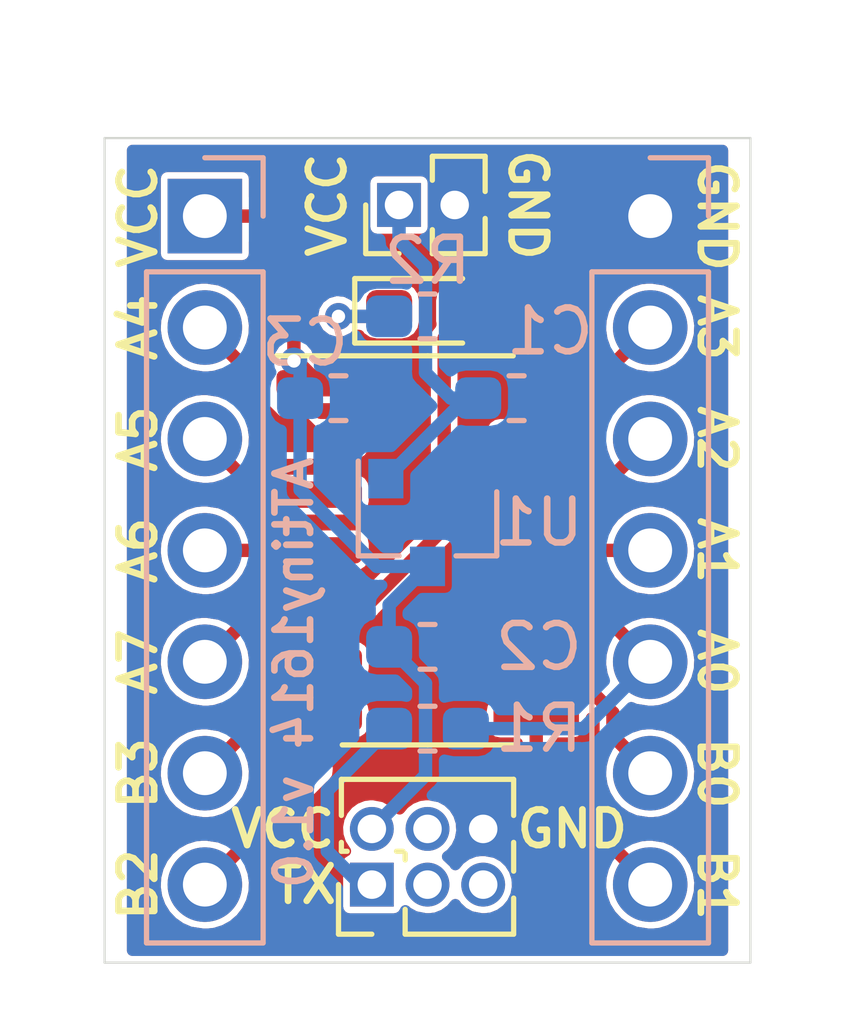
<source format=kicad_pcb>
(kicad_pcb (version 20190605) (host pcbnew "(5.1.0-1390-gee00ff9b5)")

  (general
    (thickness 1.6)
    (drawings 24)
    (tracks 72)
    (modules 12)
    (nets 18)
  )

  (page "A4")
  (layers
    (0 "F.Cu" signal)
    (31 "B.Cu" signal)
    (32 "B.Adhes" user)
    (33 "F.Adhes" user)
    (34 "B.Paste" user)
    (35 "F.Paste" user)
    (36 "B.SilkS" user)
    (37 "F.SilkS" user)
    (38 "B.Mask" user)
    (39 "F.Mask" user)
    (40 "Dwgs.User" user)
    (41 "Cmts.User" user)
    (42 "Eco1.User" user)
    (43 "Eco2.User" user)
    (44 "Edge.Cuts" user)
    (45 "Margin" user)
    (46 "B.CrtYd" user)
    (47 "F.CrtYd" user)
    (48 "B.Fab" user)
    (49 "F.Fab" user)
  )

  (setup
    (last_trace_width 0.1524)
    (user_trace_width 0.3048)
    (trace_clearance 0.1524)
    (zone_clearance 0.1524)
    (zone_45_only no)
    (trace_min 0.1524)
    (via_size 0.6096)
    (via_drill 0.3048)
    (via_min_size 0.4572)
    (via_min_drill 0.2286)
    (uvia_size 0.3)
    (uvia_drill 0.1)
    (uvias_allowed no)
    (uvia_min_size 0.2)
    (uvia_min_drill 0.1)
    (max_error 0.005)
    (defaults
      (edge_clearance 0.01)
      (edge_cuts_line_width 0.05)
      (courtyard_line_width 0.05)
      (copper_line_width 0.2)
      (copper_text_dims (size 1.524 1.524) (thickness 0.3048) keep_upright)
      (silk_line_width 0.12)
      (silk_text_dims (size 0.8128 0.8128) (thickness 0.1524) keep_upright)
      (other_layers_line_width 0.1)
      (other_layers_text_dims (size 1 1) (thickness 0.15) keep_upright)
    )
    (pad_size 1.524 1.524)
    (pad_drill 0.762)
    (pad_to_mask_clearance 0.051)
    (solder_mask_min_width 0.25)
    (aux_axis_origin 0 0)
    (visible_elements FFFFFF7F)
    (pcbplotparams
      (layerselection 0x010f0_ffffffff)
      (usegerberextensions true)
      (usegerberattributes false)
      (usegerberadvancedattributes false)
      (creategerberjobfile false)
      (excludeedgelayer true)
      (linewidth 0.100000)
      (plotframeref false)
      (viasonmask false)
      (mode 1)
      (useauxorigin false)
      (hpglpennumber 1)
      (hpglpenspeed 20)
      (hpglpendiameter 15.000000)
      (psnegative false)
      (psa4output false)
      (plotreference true)
      (plotvalue true)
      (plotinvisibletext false)
      (padsonsilk false)
      (subtractmaskfromsilk false)
      (outputformat 1)
      (mirror false)
      (drillshape 0)
      (scaleselection 1)
      (outputdirectory "gerbers"))
  )

  (net 0 "")
  (net 1 "GND")
  (net 2 "/V_in")
  (net 3 "VCC")
  (net 4 "/PB2")
  (net 5 "/PB3")
  (net 6 "/PA7")
  (net 7 "/PA6")
  (net 8 "/PA5")
  (net 9 "/PA4")
  (net 10 "/PB1")
  (net 11 "/PB0")
  (net 12 "/PA0")
  (net 13 "/PA1")
  (net 14 "/PA2")
  (net 15 "/PA3")
  (net 16 "/TX")
  (net 17 "Net-(D1-Pad1)")

  (net_class "Default" "This is the default net class."
    (clearance 0.1524)
    (trace_width 0.1524)
    (via_dia 0.6096)
    (via_drill 0.3048)
    (uvia_dia 0.3)
    (uvia_drill 0.1)
    (add_net "/PA0")
    (add_net "/PA1")
    (add_net "/PA2")
    (add_net "/PA3")
    (add_net "/PA4")
    (add_net "/PA5")
    (add_net "/PA6")
    (add_net "/PA7")
    (add_net "/PB0")
    (add_net "/PB1")
    (add_net "/PB2")
    (add_net "/PB3")
    (add_net "/TX")
    (add_net "/V_in")
    (add_net "GND")
    (add_net "Net-(D1-Pad1)")
    (add_net "VCC")
  )

  (module "Resistor_SMD:R_0603_1608Metric_Pad1.05x0.95mm_HandSolder" (layer "B.Cu") (tedit 5B301BBD) (tstamp 5D41DA93)
    (at 130.556 84.582)
    (descr "Resistor SMD 0603 (1608 Metric), square (rectangular) end terminal, IPC_7351 nominal with elongated pad for handsoldering. (Body size source: http://www.tortai-tech.com/upload/download/2011102023233369053.pdf), generated with kicad-footprint-generator")
    (tags "resistor handsolder")
    (path "/5D43FD88")
    (attr smd)
    (fp_text reference "R2" (at 0 -1.27) (layer "B.SilkS")
      (effects (font (size 1 1) (thickness 0.15)) (justify mirror))
    )
    (fp_text value "4.7K" (at 0 -1.43) (layer "B.Fab")
      (effects (font (size 1 1) (thickness 0.15)) (justify mirror))
    )
    (fp_line (start -0.8 -0.4) (end -0.8 0.4) (layer "B.Fab") (width 0.1))
    (fp_line (start -0.8 0.4) (end 0.8 0.4) (layer "B.Fab") (width 0.1))
    (fp_line (start 0.8 0.4) (end 0.8 -0.4) (layer "B.Fab") (width 0.1))
    (fp_line (start 0.8 -0.4) (end -0.8 -0.4) (layer "B.Fab") (width 0.1))
    (fp_line (start -0.171267 0.51) (end 0.171267 0.51) (layer "B.SilkS") (width 0.12))
    (fp_line (start -0.171267 -0.51) (end 0.171267 -0.51) (layer "B.SilkS") (width 0.12))
    (fp_line (start -1.65 -0.73) (end -1.65 0.73) (layer "B.CrtYd") (width 0.05))
    (fp_line (start -1.65 0.73) (end 1.65 0.73) (layer "B.CrtYd") (width 0.05))
    (fp_line (start 1.65 0.73) (end 1.65 -0.73) (layer "B.CrtYd") (width 0.05))
    (fp_line (start 1.65 -0.73) (end -1.65 -0.73) (layer "B.CrtYd") (width 0.05))
    (fp_text user "%R" (at 0 0) (layer "B.Fab")
      (effects (font (size 0.4 0.4) (thickness 0.06)) (justify mirror))
    )
    (pad "2" smd roundrect (at 0.875 0) (size 1.05 0.95) (layers "B.Cu" "B.Paste" "B.Mask") (roundrect_rratio 0.25)
      (net 1 "GND"))
    (pad "1" smd roundrect (at -0.875 0) (size 1.05 0.95) (layers "B.Cu" "B.Paste" "B.Mask") (roundrect_rratio 0.25)
      (net 17 "Net-(D1-Pad1)"))
    (model "${KISYS3DMOD}/Resistor_SMD.3dshapes/R_0603_1608Metric.wrl"
      (at (xyz 0 0 0))
      (scale (xyz 1 1 1))
      (rotate (xyz 0 0 0))
    )
  )

  (module "LED_SMD:LED_0603_1608Metric_Pad1.05x0.95mm_HandSolder" (layer "F.Cu") (tedit 5B4B45C9) (tstamp 5D41F8BC)
    (at 130.556 84.455)
    (descr "LED SMD 0603 (1608 Metric), square (rectangular) end terminal, IPC_7351 nominal, (Body size source: http://www.tortai-tech.com/upload/download/2011102023233369053.pdf), generated with kicad-footprint-generator")
    (tags "LED handsolder")
    (path "/5D43F471")
    (attr smd)
    (fp_text reference "D1" (at 0 -1.43) (layer "F.SilkS") hide
      (effects (font (size 1 1) (thickness 0.15)))
    )
    (fp_text value "LED" (at 0 1.43) (layer "F.Fab")
      (effects (font (size 1 1) (thickness 0.15)))
    )
    (fp_line (start 0.8 -0.4) (end -0.5 -0.4) (layer "F.Fab") (width 0.1))
    (fp_line (start -0.5 -0.4) (end -0.8 -0.1) (layer "F.Fab") (width 0.1))
    (fp_line (start -0.8 -0.1) (end -0.8 0.4) (layer "F.Fab") (width 0.1))
    (fp_line (start -0.8 0.4) (end 0.8 0.4) (layer "F.Fab") (width 0.1))
    (fp_line (start 0.8 0.4) (end 0.8 -0.4) (layer "F.Fab") (width 0.1))
    (fp_line (start 0.8 -0.735) (end -1.66 -0.735) (layer "F.SilkS") (width 0.12))
    (fp_line (start -1.66 -0.735) (end -1.66 0.735) (layer "F.SilkS") (width 0.12))
    (fp_line (start -1.66 0.735) (end 0.8 0.735) (layer "F.SilkS") (width 0.12))
    (fp_line (start -1.65 0.73) (end -1.65 -0.73) (layer "F.CrtYd") (width 0.05))
    (fp_line (start -1.65 -0.73) (end 1.65 -0.73) (layer "F.CrtYd") (width 0.05))
    (fp_line (start 1.65 -0.73) (end 1.65 0.73) (layer "F.CrtYd") (width 0.05))
    (fp_line (start 1.65 0.73) (end -1.65 0.73) (layer "F.CrtYd") (width 0.05))
    (fp_text user "%R" (at 0 0) (layer "F.Fab")
      (effects (font (size 0.4 0.4) (thickness 0.06)))
    )
    (pad "2" smd roundrect (at 0.875 0) (size 1.05 0.95) (layers "F.Cu" "F.Paste" "F.Mask") (roundrect_rratio 0.25)
      (net 6 "/PA7"))
    (pad "1" smd roundrect (at -0.875 0) (size 1.05 0.95) (layers "F.Cu" "F.Paste" "F.Mask") (roundrect_rratio 0.25)
      (net 17 "Net-(D1-Pad1)"))
    (model "${KISYS3DMOD}/LED_SMD.3dshapes/LED_0603_1608Metric.wrl"
      (at (xyz 0 0 0))
      (scale (xyz 1 1 1))
      (rotate (xyz 0 0 0))
    )
  )

  (module "Package_TO_SOT_SMD:SOT-23" (layer "B.Cu") (tedit 5A02FF57) (tstamp 5D414E43)
    (at 130.556 89.281 270)
    (descr "SOT-23, Standard")
    (tags "SOT-23")
    (path "/5D414942")
    (attr smd)
    (fp_text reference "U1" (at 0 -2.54 180) (layer "B.SilkS")
      (effects (font (size 1 1) (thickness 0.15)) (justify mirror))
    )
    (fp_text value "AP7381-50SA" (at 0 -2.5 90) (layer "B.Fab")
      (effects (font (size 1 1) (thickness 0.15)) (justify mirror))
    )
    (fp_text user "%R" (at 0 0 180) (layer "B.Fab")
      (effects (font (size 0.5 0.5) (thickness 0.075)) (justify mirror))
    )
    (fp_line (start -0.7 0.95) (end -0.7 -1.5) (layer "B.Fab") (width 0.1))
    (fp_line (start -0.15 1.52) (end 0.7 1.52) (layer "B.Fab") (width 0.1))
    (fp_line (start -0.7 0.95) (end -0.15 1.52) (layer "B.Fab") (width 0.1))
    (fp_line (start 0.7 1.52) (end 0.7 -1.52) (layer "B.Fab") (width 0.1))
    (fp_line (start -0.7 -1.52) (end 0.7 -1.52) (layer "B.Fab") (width 0.1))
    (fp_line (start 0.76 -1.58) (end 0.76 -0.65) (layer "B.SilkS") (width 0.12))
    (fp_line (start 0.76 1.58) (end 0.76 0.65) (layer "B.SilkS") (width 0.12))
    (fp_line (start -1.7 1.75) (end 1.7 1.75) (layer "B.CrtYd") (width 0.05))
    (fp_line (start 1.7 1.75) (end 1.7 -1.75) (layer "B.CrtYd") (width 0.05))
    (fp_line (start 1.7 -1.75) (end -1.7 -1.75) (layer "B.CrtYd") (width 0.05))
    (fp_line (start -1.7 -1.75) (end -1.7 1.75) (layer "B.CrtYd") (width 0.05))
    (fp_line (start 0.76 1.58) (end -1.4 1.58) (layer "B.SilkS") (width 0.12))
    (fp_line (start 0.76 -1.58) (end -0.7 -1.58) (layer "B.SilkS") (width 0.12))
    (pad "3" smd rect (at 1 0 270) (size 0.9 0.8) (layers "B.Cu" "B.Paste" "B.Mask")
      (net 3 "VCC"))
    (pad "2" smd rect (at -1 -0.95 270) (size 0.9 0.8) (layers "B.Cu" "B.Paste" "B.Mask")
      (net 1 "GND"))
    (pad "1" smd rect (at -1 0.95 270) (size 0.9 0.8) (layers "B.Cu" "B.Paste" "B.Mask")
      (net 2 "/V_in"))
    (model "${KISYS3DMOD}/Package_TO_SOT_SMD.3dshapes/SOT-23.wrl"
      (at (xyz 0 0 0))
      (scale (xyz 1 1 1))
      (rotate (xyz 0 0 0))
    )
  )

  (module "Package_SO:SOIC-14_3.9x8.7mm_P1.27mm" (layer "F.Cu") (tedit 5C97300E) (tstamp 5D414E63)
    (at 130.561 89.916)
    (descr "SOIC, 14 Pin (JEDEC MS-012AB, https://www.analog.com/media/en/package-pcb-resources/package/pkg_pdf/soic_narrow-r/r_14.pdf), generated with kicad-footprint-generator ipc_gullwing_generator.py")
    (tags "SOIC SO")
    (path "/5D414195")
    (attr smd)
    (fp_text reference "U2" (at 0 -5.28) (layer "F.SilkS") hide
      (effects (font (size 1 1) (thickness 0.15)))
    )
    (fp_text value "ATtiny1614-SS" (at 0 5.28) (layer "F.Fab")
      (effects (font (size 1 1) (thickness 0.15)))
    )
    (fp_line (start 0 4.435) (end 1.95 4.435) (layer "F.SilkS") (width 0.12))
    (fp_line (start 0 4.435) (end -1.95 4.435) (layer "F.SilkS") (width 0.12))
    (fp_line (start 0 -4.435) (end 1.95 -4.435) (layer "F.SilkS") (width 0.12))
    (fp_line (start 0 -4.435) (end -3.45 -4.435) (layer "F.SilkS") (width 0.12))
    (fp_line (start -0.975 -4.325) (end 1.95 -4.325) (layer "F.Fab") (width 0.1))
    (fp_line (start 1.95 -4.325) (end 1.95 4.325) (layer "F.Fab") (width 0.1))
    (fp_line (start 1.95 4.325) (end -1.95 4.325) (layer "F.Fab") (width 0.1))
    (fp_line (start -1.95 4.325) (end -1.95 -3.35) (layer "F.Fab") (width 0.1))
    (fp_line (start -1.95 -3.35) (end -0.975 -4.325) (layer "F.Fab") (width 0.1))
    (fp_line (start -3.7 -4.58) (end -3.7 4.58) (layer "F.CrtYd") (width 0.05))
    (fp_line (start -3.7 4.58) (end 3.7 4.58) (layer "F.CrtYd") (width 0.05))
    (fp_line (start 3.7 4.58) (end 3.7 -4.58) (layer "F.CrtYd") (width 0.05))
    (fp_line (start 3.7 -4.58) (end -3.7 -4.58) (layer "F.CrtYd") (width 0.05))
    (fp_text user "%R" (at 0 0) (layer "F.Fab")
      (effects (font (size 0.98 0.98) (thickness 0.15)))
    )
    (pad "14" smd roundrect (at 2.475 -3.81) (size 1.95 0.6) (layers "F.Cu" "F.Paste" "F.Mask") (roundrect_rratio 0.25)
      (net 1 "GND"))
    (pad "13" smd roundrect (at 2.475 -2.54) (size 1.95 0.6) (layers "F.Cu" "F.Paste" "F.Mask") (roundrect_rratio 0.25)
      (net 15 "/PA3"))
    (pad "12" smd roundrect (at 2.475 -1.27) (size 1.95 0.6) (layers "F.Cu" "F.Paste" "F.Mask") (roundrect_rratio 0.25)
      (net 14 "/PA2"))
    (pad "11" smd roundrect (at 2.475 0) (size 1.95 0.6) (layers "F.Cu" "F.Paste" "F.Mask") (roundrect_rratio 0.25)
      (net 13 "/PA1"))
    (pad "10" smd roundrect (at 2.475 1.27) (size 1.95 0.6) (layers "F.Cu" "F.Paste" "F.Mask") (roundrect_rratio 0.25)
      (net 12 "/PA0"))
    (pad "9" smd roundrect (at 2.475 2.54) (size 1.95 0.6) (layers "F.Cu" "F.Paste" "F.Mask") (roundrect_rratio 0.25)
      (net 11 "/PB0"))
    (pad "8" smd roundrect (at 2.475 3.81) (size 1.95 0.6) (layers "F.Cu" "F.Paste" "F.Mask") (roundrect_rratio 0.25)
      (net 10 "/PB1"))
    (pad "7" smd roundrect (at -2.475 3.81) (size 1.95 0.6) (layers "F.Cu" "F.Paste" "F.Mask") (roundrect_rratio 0.25)
      (net 4 "/PB2"))
    (pad "6" smd roundrect (at -2.475 2.54) (size 1.95 0.6) (layers "F.Cu" "F.Paste" "F.Mask") (roundrect_rratio 0.25)
      (net 5 "/PB3"))
    (pad "5" smd roundrect (at -2.475 1.27) (size 1.95 0.6) (layers "F.Cu" "F.Paste" "F.Mask") (roundrect_rratio 0.25)
      (net 6 "/PA7"))
    (pad "4" smd roundrect (at -2.475 0) (size 1.95 0.6) (layers "F.Cu" "F.Paste" "F.Mask") (roundrect_rratio 0.25)
      (net 7 "/PA6"))
    (pad "3" smd roundrect (at -2.475 -1.27) (size 1.95 0.6) (layers "F.Cu" "F.Paste" "F.Mask") (roundrect_rratio 0.25)
      (net 8 "/PA5"))
    (pad "2" smd roundrect (at -2.475 -2.54) (size 1.95 0.6) (layers "F.Cu" "F.Paste" "F.Mask") (roundrect_rratio 0.25)
      (net 9 "/PA4"))
    (pad "1" smd roundrect (at -2.475 -3.81) (size 1.95 0.6) (layers "F.Cu" "F.Paste" "F.Mask") (roundrect_rratio 0.25)
      (net 3 "VCC"))
    (model "${KISYS3DMOD}/Package_SO.3dshapes/SOIC-14_3.9x8.7mm_P1.27mm.wrl"
      (at (xyz 0 0 0))
      (scale (xyz 1 1 1))
      (rotate (xyz 0 0 0))
    )
  )

  (module "Resistor_SMD:R_0603_1608Metric_Pad1.05x0.95mm_HandSolder" (layer "B.Cu") (tedit 5B301BBD) (tstamp 5D414E2D)
    (at 130.556 93.98)
    (descr "Resistor SMD 0603 (1608 Metric), square (rectangular) end terminal, IPC_7351 nominal with elongated pad for handsoldering. (Body size source: http://www.tortai-tech.com/upload/download/2011102023233369053.pdf), generated with kicad-footprint-generator")
    (tags "resistor handsolder")
    (path "/5D419634")
    (attr smd)
    (fp_text reference "R1" (at 2.54 0) (layer "B.SilkS")
      (effects (font (size 1 1) (thickness 0.15)) (justify mirror))
    )
    (fp_text value "4.7K" (at 0 -1.43) (layer "B.Fab")
      (effects (font (size 1 1) (thickness 0.15)) (justify mirror))
    )
    (fp_line (start -0.8 -0.4) (end -0.8 0.4) (layer "B.Fab") (width 0.1))
    (fp_line (start -0.8 0.4) (end 0.8 0.4) (layer "B.Fab") (width 0.1))
    (fp_line (start 0.8 0.4) (end 0.8 -0.4) (layer "B.Fab") (width 0.1))
    (fp_line (start 0.8 -0.4) (end -0.8 -0.4) (layer "B.Fab") (width 0.1))
    (fp_line (start -0.171267 0.51) (end 0.171267 0.51) (layer "B.SilkS") (width 0.12))
    (fp_line (start -0.171267 -0.51) (end 0.171267 -0.51) (layer "B.SilkS") (width 0.12))
    (fp_line (start -1.65 -0.73) (end -1.65 0.73) (layer "B.CrtYd") (width 0.05))
    (fp_line (start -1.65 0.73) (end 1.65 0.73) (layer "B.CrtYd") (width 0.05))
    (fp_line (start 1.65 0.73) (end 1.65 -0.73) (layer "B.CrtYd") (width 0.05))
    (fp_line (start 1.65 -0.73) (end -1.65 -0.73) (layer "B.CrtYd") (width 0.05))
    (fp_text user "%R" (at 0 0) (layer "B.Fab")
      (effects (font (size 0.4 0.4) (thickness 0.06)) (justify mirror))
    )
    (pad "2" smd roundrect (at 0.875 0) (size 1.05 0.95) (layers "B.Cu" "B.Paste" "B.Mask") (roundrect_rratio 0.25)
      (net 12 "/PA0"))
    (pad "1" smd roundrect (at -0.875 0) (size 1.05 0.95) (layers "B.Cu" "B.Paste" "B.Mask") (roundrect_rratio 0.25)
      (net 16 "/TX"))
    (model "${KISYS3DMOD}/Resistor_SMD.3dshapes/R_0603_1608Metric.wrl"
      (at (xyz 0 0 0))
      (scale (xyz 1 1 1))
      (rotate (xyz 0 0 0))
    )
  )

  (module "Connector_PinHeader_1.27mm:PinHeader_2x03_P1.27mm_Vertical" (layer "F.Cu") (tedit 59FED6E3) (tstamp 5D414E1C)
    (at 129.286 97.536 90)
    (descr "Through hole straight pin header, 2x03, 1.27mm pitch, double rows")
    (tags "Through hole pin header THT 2x03 1.27mm double row")
    (path "/5D4170CD")
    (fp_text reference "J4" (at 0.635 -1.695 90) (layer "F.SilkS") hide
      (effects (font (size 1 1) (thickness 0.15)))
    )
    (fp_text value "UPDI" (at 0.635 4.235 90) (layer "F.Fab")
      (effects (font (size 1 1) (thickness 0.15)))
    )
    (fp_line (start -0.2175 -0.635) (end 2.34 -0.635) (layer "F.Fab") (width 0.1))
    (fp_line (start 2.34 -0.635) (end 2.34 3.175) (layer "F.Fab") (width 0.1))
    (fp_line (start 2.34 3.175) (end -1.07 3.175) (layer "F.Fab") (width 0.1))
    (fp_line (start -1.07 3.175) (end -1.07 0.2175) (layer "F.Fab") (width 0.1))
    (fp_line (start -1.07 0.2175) (end -0.2175 -0.635) (layer "F.Fab") (width 0.1))
    (fp_line (start -1.13 3.235) (end -0.30753 3.235) (layer "F.SilkS") (width 0.12))
    (fp_line (start 1.57753 3.235) (end 2.4 3.235) (layer "F.SilkS") (width 0.12))
    (fp_line (start 0.30753 3.235) (end 0.96247 3.235) (layer "F.SilkS") (width 0.12))
    (fp_line (start -1.13 0.76) (end -1.13 3.235) (layer "F.SilkS") (width 0.12))
    (fp_line (start 2.4 -0.695) (end 2.4 3.235) (layer "F.SilkS") (width 0.12))
    (fp_line (start -1.13 0.76) (end -0.563471 0.76) (layer "F.SilkS") (width 0.12))
    (fp_line (start 0.563471 0.76) (end 0.706529 0.76) (layer "F.SilkS") (width 0.12))
    (fp_line (start 0.76 0.706529) (end 0.76 0.563471) (layer "F.SilkS") (width 0.12))
    (fp_line (start 0.76 -0.563471) (end 0.76 -0.695) (layer "F.SilkS") (width 0.12))
    (fp_line (start 0.76 -0.695) (end 0.96247 -0.695) (layer "F.SilkS") (width 0.12))
    (fp_line (start 1.57753 -0.695) (end 2.4 -0.695) (layer "F.SilkS") (width 0.12))
    (fp_line (start -1.13 0) (end -1.13 -0.76) (layer "F.SilkS") (width 0.12))
    (fp_line (start -1.13 -0.76) (end 0 -0.76) (layer "F.SilkS") (width 0.12))
    (fp_line (start -1.6 -1.15) (end -1.6 3.7) (layer "F.CrtYd") (width 0.05))
    (fp_line (start -1.6 3.7) (end 2.85 3.7) (layer "F.CrtYd") (width 0.05))
    (fp_line (start 2.85 3.7) (end 2.85 -1.15) (layer "F.CrtYd") (width 0.05))
    (fp_line (start 2.85 -1.15) (end -1.6 -1.15) (layer "F.CrtYd") (width 0.05))
    (fp_text user "%R" (at 0.635 1.27) (layer "F.Fab")
      (effects (font (size 1 1) (thickness 0.15)))
    )
    (pad "6" thru_hole oval (at 1.27 2.54 90) (size 1 1) (drill 0.65) (layers *.Cu *.Mask)
      (net 1 "GND"))
    (pad "5" thru_hole oval (at 0 2.54 90) (size 1 1) (drill 0.65) (layers *.Cu *.Mask))
    (pad "4" thru_hole oval (at 1.27 1.27 90) (size 1 1) (drill 0.65) (layers *.Cu *.Mask))
    (pad "3" thru_hole oval (at 0 1.27 90) (size 1 1) (drill 0.65) (layers *.Cu *.Mask))
    (pad "2" thru_hole oval (at 1.27 0 90) (size 1 1) (drill 0.65) (layers *.Cu *.Mask)
      (net 3 "VCC"))
    (pad "1" thru_hole rect (at 0 0 90) (size 1 1) (drill 0.65) (layers *.Cu *.Mask)
      (net 16 "/TX"))
    (model "${KISYS3DMOD}/Connector_PinHeader_1.27mm.3dshapes/PinHeader_2x03_P1.27mm_Vertical.wrl"
      (at (xyz 0 0 0))
      (scale (xyz 1 1 1))
      (rotate (xyz 0 0 0))
    )
  )

  (module "Connector_PinHeader_1.27mm:PinHeader_1x02_P1.27mm_Vertical" (layer "F.Cu") (tedit 59FED6E3) (tstamp 5D414DFB)
    (at 129.906 82.042 90)
    (descr "Through hole straight pin header, 1x02, 1.27mm pitch, single row")
    (tags "Through hole pin header THT 1x02 1.27mm single row")
    (path "/5D41D7D5")
    (fp_text reference "J3" (at 0 -1.695 90) (layer "F.SilkS") hide
      (effects (font (size 1 1) (thickness 0.15)))
    )
    (fp_text value "Conn_01x02" (at 0 2.965 90) (layer "F.Fab")
      (effects (font (size 1 1) (thickness 0.15)))
    )
    (fp_line (start -0.525 -0.635) (end 1.05 -0.635) (layer "F.Fab") (width 0.1))
    (fp_line (start 1.05 -0.635) (end 1.05 1.905) (layer "F.Fab") (width 0.1))
    (fp_line (start 1.05 1.905) (end -1.05 1.905) (layer "F.Fab") (width 0.1))
    (fp_line (start -1.05 1.905) (end -1.05 -0.11) (layer "F.Fab") (width 0.1))
    (fp_line (start -1.05 -0.11) (end -0.525 -0.635) (layer "F.Fab") (width 0.1))
    (fp_line (start -1.11 1.965) (end -0.30753 1.965) (layer "F.SilkS") (width 0.12))
    (fp_line (start 0.30753 1.965) (end 1.11 1.965) (layer "F.SilkS") (width 0.12))
    (fp_line (start -1.11 0.76) (end -1.11 1.965) (layer "F.SilkS") (width 0.12))
    (fp_line (start 1.11 0.76) (end 1.11 1.965) (layer "F.SilkS") (width 0.12))
    (fp_line (start -1.11 0.76) (end -0.563471 0.76) (layer "F.SilkS") (width 0.12))
    (fp_line (start 0.563471 0.76) (end 1.11 0.76) (layer "F.SilkS") (width 0.12))
    (fp_line (start -1.11 0) (end -1.11 -0.76) (layer "F.SilkS") (width 0.12))
    (fp_line (start -1.11 -0.76) (end 0 -0.76) (layer "F.SilkS") (width 0.12))
    (fp_line (start -1.55 -1.15) (end -1.55 2.45) (layer "F.CrtYd") (width 0.05))
    (fp_line (start -1.55 2.45) (end 1.55 2.45) (layer "F.CrtYd") (width 0.05))
    (fp_line (start 1.55 2.45) (end 1.55 -1.15) (layer "F.CrtYd") (width 0.05))
    (fp_line (start 1.55 -1.15) (end -1.55 -1.15) (layer "F.CrtYd") (width 0.05))
    (fp_text user "%R" (at 0 0.635) (layer "F.Fab")
      (effects (font (size 1 1) (thickness 0.15)))
    )
    (pad "2" thru_hole oval (at 0 1.27 90) (size 1 1) (drill 0.65) (layers *.Cu *.Mask)
      (net 1 "GND"))
    (pad "1" thru_hole rect (at 0 0 90) (size 1 1) (drill 0.65) (layers *.Cu *.Mask)
      (net 2 "/V_in"))
    (model "${KISYS3DMOD}/Connector_PinHeader_1.27mm.3dshapes/PinHeader_1x02_P1.27mm_Vertical.wrl"
      (at (xyz 0 0 0))
      (scale (xyz 1 1 1))
      (rotate (xyz 0 0 0))
    )
  )

  (module "Connector_PinHeader_2.54mm:PinHeader_1x07_P2.54mm_Vertical" (layer "B.Cu") (tedit 59FED5CC) (tstamp 5D414DE3)
    (at 135.636 82.296 180)
    (descr "Through hole straight pin header, 1x07, 2.54mm pitch, single row")
    (tags "Through hole pin header THT 1x07 2.54mm single row")
    (path "/5D415755")
    (fp_text reference "J2" (at 0 2.33) (layer "B.SilkS") hide
      (effects (font (size 1 1) (thickness 0.15)) (justify mirror))
    )
    (fp_text value "Conn_01x07" (at 0 -17.57) (layer "B.Fab")
      (effects (font (size 1 1) (thickness 0.15)) (justify mirror))
    )
    (fp_line (start -0.635 1.27) (end 1.27 1.27) (layer "B.Fab") (width 0.1))
    (fp_line (start 1.27 1.27) (end 1.27 -16.51) (layer "B.Fab") (width 0.1))
    (fp_line (start 1.27 -16.51) (end -1.27 -16.51) (layer "B.Fab") (width 0.1))
    (fp_line (start -1.27 -16.51) (end -1.27 0.635) (layer "B.Fab") (width 0.1))
    (fp_line (start -1.27 0.635) (end -0.635 1.27) (layer "B.Fab") (width 0.1))
    (fp_line (start -1.33 -16.57) (end 1.33 -16.57) (layer "B.SilkS") (width 0.12))
    (fp_line (start -1.33 -1.27) (end -1.33 -16.57) (layer "B.SilkS") (width 0.12))
    (fp_line (start 1.33 -1.27) (end 1.33 -16.57) (layer "B.SilkS") (width 0.12))
    (fp_line (start -1.33 -1.27) (end 1.33 -1.27) (layer "B.SilkS") (width 0.12))
    (fp_line (start -1.33 0) (end -1.33 1.33) (layer "B.SilkS") (width 0.12))
    (fp_line (start -1.33 1.33) (end 0 1.33) (layer "B.SilkS") (width 0.12))
    (fp_line (start -1.8 1.8) (end -1.8 -17.05) (layer "B.CrtYd") (width 0.05))
    (fp_line (start -1.8 -17.05) (end 1.8 -17.05) (layer "B.CrtYd") (width 0.05))
    (fp_line (start 1.8 -17.05) (end 1.8 1.8) (layer "B.CrtYd") (width 0.05))
    (fp_line (start 1.8 1.8) (end -1.8 1.8) (layer "B.CrtYd") (width 0.05))
    (fp_text user "%R" (at 0 -7.62 270) (layer "B.Fab")
      (effects (font (size 1 1) (thickness 0.15)) (justify mirror))
    )
    (pad "7" thru_hole oval (at 0 -15.24 180) (size 1.7 1.7) (drill 1) (layers *.Cu *.Mask)
      (net 10 "/PB1"))
    (pad "6" thru_hole oval (at 0 -12.7 180) (size 1.7 1.7) (drill 1) (layers *.Cu *.Mask)
      (net 11 "/PB0"))
    (pad "5" thru_hole oval (at 0 -10.16 180) (size 1.7 1.7) (drill 1) (layers *.Cu *.Mask)
      (net 12 "/PA0"))
    (pad "4" thru_hole oval (at 0 -7.62 180) (size 1.7 1.7) (drill 1) (layers *.Cu *.Mask)
      (net 13 "/PA1"))
    (pad "3" thru_hole oval (at 0 -5.08 180) (size 1.7 1.7) (drill 1) (layers *.Cu *.Mask)
      (net 14 "/PA2"))
    (pad "2" thru_hole oval (at 0 -2.54 180) (size 1.7 1.7) (drill 1) (layers *.Cu *.Mask)
      (net 15 "/PA3"))
    (pad "1" thru_hole rect (at 0 0 180) (size 1.7 1.7) (drill 1) (layers *.Cu *.Mask)
      (net 1 "GND"))
    (model "${KISYS3DMOD}/Connector_PinHeader_2.54mm.3dshapes/PinHeader_1x07_P2.54mm_Vertical.wrl"
      (at (xyz 0 0 0))
      (scale (xyz 1 1 1))
      (rotate (xyz 0 0 0))
    )
  )

  (module "Connector_PinHeader_2.54mm:PinHeader_1x07_P2.54mm_Vertical" (layer "B.Cu") (tedit 59FED5CC) (tstamp 5D414DC8)
    (at 125.476 82.296 180)
    (descr "Through hole straight pin header, 1x07, 2.54mm pitch, single row")
    (tags "Through hole pin header THT 1x07 2.54mm single row")
    (path "/5D414FA1")
    (fp_text reference "J1" (at 0 2.33) (layer "B.SilkS") hide
      (effects (font (size 1 1) (thickness 0.15)) (justify mirror))
    )
    (fp_text value "Conn_01x07" (at 0 -17.57) (layer "B.Fab")
      (effects (font (size 1 1) (thickness 0.15)) (justify mirror))
    )
    (fp_line (start -0.635 1.27) (end 1.27 1.27) (layer "B.Fab") (width 0.1))
    (fp_line (start 1.27 1.27) (end 1.27 -16.51) (layer "B.Fab") (width 0.1))
    (fp_line (start 1.27 -16.51) (end -1.27 -16.51) (layer "B.Fab") (width 0.1))
    (fp_line (start -1.27 -16.51) (end -1.27 0.635) (layer "B.Fab") (width 0.1))
    (fp_line (start -1.27 0.635) (end -0.635 1.27) (layer "B.Fab") (width 0.1))
    (fp_line (start -1.33 -16.57) (end 1.33 -16.57) (layer "B.SilkS") (width 0.12))
    (fp_line (start -1.33 -1.27) (end -1.33 -16.57) (layer "B.SilkS") (width 0.12))
    (fp_line (start 1.33 -1.27) (end 1.33 -16.57) (layer "B.SilkS") (width 0.12))
    (fp_line (start -1.33 -1.27) (end 1.33 -1.27) (layer "B.SilkS") (width 0.12))
    (fp_line (start -1.33 0) (end -1.33 1.33) (layer "B.SilkS") (width 0.12))
    (fp_line (start -1.33 1.33) (end 0 1.33) (layer "B.SilkS") (width 0.12))
    (fp_line (start -1.8 1.8) (end -1.8 -17.05) (layer "B.CrtYd") (width 0.05))
    (fp_line (start -1.8 -17.05) (end 1.8 -17.05) (layer "B.CrtYd") (width 0.05))
    (fp_line (start 1.8 -17.05) (end 1.8 1.8) (layer "B.CrtYd") (width 0.05))
    (fp_line (start 1.8 1.8) (end -1.8 1.8) (layer "B.CrtYd") (width 0.05))
    (fp_text user "%R" (at 0 -7.62 270) (layer "B.Fab")
      (effects (font (size 1 1) (thickness 0.15)) (justify mirror))
    )
    (pad "7" thru_hole oval (at 0 -15.24 180) (size 1.7 1.7) (drill 1) (layers *.Cu *.Mask)
      (net 4 "/PB2"))
    (pad "6" thru_hole oval (at 0 -12.7 180) (size 1.7 1.7) (drill 1) (layers *.Cu *.Mask)
      (net 5 "/PB3"))
    (pad "5" thru_hole oval (at 0 -10.16 180) (size 1.7 1.7) (drill 1) (layers *.Cu *.Mask)
      (net 6 "/PA7"))
    (pad "4" thru_hole oval (at 0 -7.62 180) (size 1.7 1.7) (drill 1) (layers *.Cu *.Mask)
      (net 7 "/PA6"))
    (pad "3" thru_hole oval (at 0 -5.08 180) (size 1.7 1.7) (drill 1) (layers *.Cu *.Mask)
      (net 8 "/PA5"))
    (pad "2" thru_hole oval (at 0 -2.54 180) (size 1.7 1.7) (drill 1) (layers *.Cu *.Mask)
      (net 9 "/PA4"))
    (pad "1" thru_hole rect (at 0 0 180) (size 1.7 1.7) (drill 1) (layers *.Cu *.Mask)
      (net 3 "VCC"))
    (model "${KISYS3DMOD}/Connector_PinHeader_2.54mm.3dshapes/PinHeader_1x07_P2.54mm_Vertical.wrl"
      (at (xyz 0 0 0))
      (scale (xyz 1 1 1))
      (rotate (xyz 0 0 0))
    )
  )

  (module "Capacitor_SMD:C_0603_1608Metric_Pad1.05x0.95mm_HandSolder" (layer "B.Cu") (tedit 5B301BBE) (tstamp 5D415978)
    (at 128.524 86.4465)
    (descr "Capacitor SMD 0603 (1608 Metric), square (rectangular) end terminal, IPC_7351 nominal with elongated pad for handsoldering. (Body size source: http://www.tortai-tech.com/upload/download/2011102023233369053.pdf), generated with kicad-footprint-generator")
    (tags "capacitor handsolder")
    (path "/5D41B90A")
    (attr smd)
    (fp_text reference "C3" (at -0.762 -1.27) (layer "B.SilkS")
      (effects (font (size 1 1) (thickness 0.15)) (justify mirror))
    )
    (fp_text value "100nF" (at 0 -1.43) (layer "B.Fab")
      (effects (font (size 1 1) (thickness 0.15)) (justify mirror))
    )
    (fp_line (start -0.8 -0.4) (end -0.8 0.4) (layer "B.Fab") (width 0.1))
    (fp_line (start -0.8 0.4) (end 0.8 0.4) (layer "B.Fab") (width 0.1))
    (fp_line (start 0.8 0.4) (end 0.8 -0.4) (layer "B.Fab") (width 0.1))
    (fp_line (start 0.8 -0.4) (end -0.8 -0.4) (layer "B.Fab") (width 0.1))
    (fp_line (start -0.171267 0.51) (end 0.171267 0.51) (layer "B.SilkS") (width 0.12))
    (fp_line (start -0.171267 -0.51) (end 0.171267 -0.51) (layer "B.SilkS") (width 0.12))
    (fp_line (start -1.65 -0.73) (end -1.65 0.73) (layer "B.CrtYd") (width 0.05))
    (fp_line (start -1.65 0.73) (end 1.65 0.73) (layer "B.CrtYd") (width 0.05))
    (fp_line (start 1.65 0.73) (end 1.65 -0.73) (layer "B.CrtYd") (width 0.05))
    (fp_line (start 1.65 -0.73) (end -1.65 -0.73) (layer "B.CrtYd") (width 0.05))
    (fp_text user "%R" (at 0 0) (layer "B.Fab")
      (effects (font (size 0.4 0.4) (thickness 0.06)) (justify mirror))
    )
    (pad "2" smd roundrect (at 0.875 0) (size 1.05 0.95) (layers "B.Cu" "B.Paste" "B.Mask") (roundrect_rratio 0.25)
      (net 1 "GND"))
    (pad "1" smd roundrect (at -0.875 0) (size 1.05 0.95) (layers "B.Cu" "B.Paste" "B.Mask") (roundrect_rratio 0.25)
      (net 3 "VCC"))
    (model "${KISYS3DMOD}/Capacitor_SMD.3dshapes/C_0603_1608Metric.wrl"
      (at (xyz 0 0 0))
      (scale (xyz 1 1 1))
      (rotate (xyz 0 0 0))
    )
  )

  (module "Capacitor_SMD:C_0603_1608Metric_Pad1.05x0.95mm_HandSolder" (layer "B.Cu") (tedit 5B301BBE) (tstamp 5D414D9C)
    (at 130.556 92.1155)
    (descr "Capacitor SMD 0603 (1608 Metric), square (rectangular) end terminal, IPC_7351 nominal with elongated pad for handsoldering. (Body size source: http://www.tortai-tech.com/upload/download/2011102023233369053.pdf), generated with kicad-footprint-generator")
    (tags "capacitor handsolder")
    (path "/5D41A812")
    (attr smd)
    (fp_text reference "C2" (at 2.54 0) (layer "B.SilkS")
      (effects (font (size 1 1) (thickness 0.15)) (justify mirror))
    )
    (fp_text value "2.2uF" (at 0 -1.43) (layer "B.Fab")
      (effects (font (size 1 1) (thickness 0.15)) (justify mirror))
    )
    (fp_line (start -0.8 -0.4) (end -0.8 0.4) (layer "B.Fab") (width 0.1))
    (fp_line (start -0.8 0.4) (end 0.8 0.4) (layer "B.Fab") (width 0.1))
    (fp_line (start 0.8 0.4) (end 0.8 -0.4) (layer "B.Fab") (width 0.1))
    (fp_line (start 0.8 -0.4) (end -0.8 -0.4) (layer "B.Fab") (width 0.1))
    (fp_line (start -0.171267 0.51) (end 0.171267 0.51) (layer "B.SilkS") (width 0.12))
    (fp_line (start -0.171267 -0.51) (end 0.171267 -0.51) (layer "B.SilkS") (width 0.12))
    (fp_line (start -1.65 -0.73) (end -1.65 0.73) (layer "B.CrtYd") (width 0.05))
    (fp_line (start -1.65 0.73) (end 1.65 0.73) (layer "B.CrtYd") (width 0.05))
    (fp_line (start 1.65 0.73) (end 1.65 -0.73) (layer "B.CrtYd") (width 0.05))
    (fp_line (start 1.65 -0.73) (end -1.65 -0.73) (layer "B.CrtYd") (width 0.05))
    (fp_text user "%R" (at 0 0) (layer "B.Fab")
      (effects (font (size 0.4 0.4) (thickness 0.06)) (justify mirror))
    )
    (pad "2" smd roundrect (at 0.875 0) (size 1.05 0.95) (layers "B.Cu" "B.Paste" "B.Mask") (roundrect_rratio 0.25)
      (net 1 "GND"))
    (pad "1" smd roundrect (at -0.875 0) (size 1.05 0.95) (layers "B.Cu" "B.Paste" "B.Mask") (roundrect_rratio 0.25)
      (net 3 "VCC"))
    (model "${KISYS3DMOD}/Capacitor_SMD.3dshapes/C_0603_1608Metric.wrl"
      (at (xyz 0 0 0))
      (scale (xyz 1 1 1))
      (rotate (xyz 0 0 0))
    )
  )

  (module "Capacitor_SMD:C_0603_1608Metric_Pad1.05x0.95mm_HandSolder" (layer "B.Cu") (tedit 5B301BBE) (tstamp 5D414D8B)
    (at 132.588 86.4465)
    (descr "Capacitor SMD 0603 (1608 Metric), square (rectangular) end terminal, IPC_7351 nominal with elongated pad for handsoldering. (Body size source: http://www.tortai-tech.com/upload/download/2011102023233369053.pdf), generated with kicad-footprint-generator")
    (tags "capacitor handsolder")
    (path "/5D41ADA6")
    (attr smd)
    (fp_text reference "C1" (at 0.762 -1.524) (layer "B.SilkS")
      (effects (font (size 1 1) (thickness 0.15)) (justify mirror))
    )
    (fp_text value "1uF" (at 0 -1.43) (layer "B.Fab")
      (effects (font (size 1 1) (thickness 0.15)) (justify mirror))
    )
    (fp_line (start -0.8 -0.4) (end -0.8 0.4) (layer "B.Fab") (width 0.1))
    (fp_line (start -0.8 0.4) (end 0.8 0.4) (layer "B.Fab") (width 0.1))
    (fp_line (start 0.8 0.4) (end 0.8 -0.4) (layer "B.Fab") (width 0.1))
    (fp_line (start 0.8 -0.4) (end -0.8 -0.4) (layer "B.Fab") (width 0.1))
    (fp_line (start -0.171267 0.51) (end 0.171267 0.51) (layer "B.SilkS") (width 0.12))
    (fp_line (start -0.171267 -0.51) (end 0.171267 -0.51) (layer "B.SilkS") (width 0.12))
    (fp_line (start -1.65 -0.73) (end -1.65 0.73) (layer "B.CrtYd") (width 0.05))
    (fp_line (start -1.65 0.73) (end 1.65 0.73) (layer "B.CrtYd") (width 0.05))
    (fp_line (start 1.65 0.73) (end 1.65 -0.73) (layer "B.CrtYd") (width 0.05))
    (fp_line (start 1.65 -0.73) (end -1.65 -0.73) (layer "B.CrtYd") (width 0.05))
    (fp_text user "%R" (at 0 0) (layer "B.Fab")
      (effects (font (size 0.4 0.4) (thickness 0.06)) (justify mirror))
    )
    (pad "2" smd roundrect (at 0.875 0) (size 1.05 0.95) (layers "B.Cu" "B.Paste" "B.Mask") (roundrect_rratio 0.25)
      (net 1 "GND"))
    (pad "1" smd roundrect (at -0.875 0) (size 1.05 0.95) (layers "B.Cu" "B.Paste" "B.Mask") (roundrect_rratio 0.25)
      (net 2 "/V_in"))
    (model "${KISYS3DMOD}/Capacitor_SMD.3dshapes/C_0603_1608Metric.wrl"
      (at (xyz 0 0 0))
      (scale (xyz 1 1 1))
      (rotate (xyz 0 0 0))
    )
  )

  (gr_text "ATtiny1614 v1.0" (at 127.508 92.71 90) (layer "B.SilkS")
    (effects (font (size 0.8128 0.8128) (thickness 0.1524)) (justify mirror))
  )
  (gr_text "GND" (at 132.842 82.042 270) (layer "F.SilkS") (tstamp 5D416C02)
    (effects (font (size 0.8128 0.8128) (thickness 0.1524)))
  )
  (gr_text "VCC" (at 128.27 82.042 90) (layer "F.SilkS") (tstamp 5D416BFF)
    (effects (font (size 0.8128 0.8128) (thickness 0.1524)))
  )
  (gr_text "GND" (at 133.858 96.266) (layer "F.SilkS") (tstamp 5D416945)
    (effects (font (size 0.8128 0.8128) (thickness 0.1524)))
  )
  (gr_text "VCC" (at 127.254 96.266) (layer "F.SilkS") (tstamp 5D416945)
    (effects (font (size 0.8128 0.8128) (thickness 0.1524)))
  )
  (gr_text "TX" (at 127.762 97.536) (layer "F.SilkS") (tstamp 5D416945)
    (effects (font (size 0.8128 0.8128) (thickness 0.1524)))
  )
  (gr_text "GND" (at 137.16 82.296 270) (layer "F.SilkS") (tstamp 5D416945)
    (effects (font (size 0.8128 0.8128) (thickness 0.1524)))
  )
  (gr_text "VCC" (at 123.952 82.296 90) (layer "F.SilkS") (tstamp 5D416945)
    (effects (font (size 0.8128 0.8128) (thickness 0.1524)))
  )
  (gr_text "B2" (at 123.952 97.536 90) (layer "F.SilkS") (tstamp 5D416945)
    (effects (font (size 0.8128 0.8128) (thickness 0.1524)))
  )
  (gr_text "B3" (at 123.952 94.996 90) (layer "F.SilkS") (tstamp 5D416945)
    (effects (font (size 0.8128 0.8128) (thickness 0.1524)))
  )
  (gr_text "A7" (at 123.952 92.456 90) (layer "F.SilkS") (tstamp 5D416945)
    (effects (font (size 0.8128 0.8128) (thickness 0.1524)))
  )
  (gr_text "A6" (at 123.952 89.916 90) (layer "F.SilkS") (tstamp 5D416945)
    (effects (font (size 0.8128 0.8128) (thickness 0.1524)))
  )
  (gr_text "A5" (at 123.952 87.376 90) (layer "F.SilkS") (tstamp 5D416945)
    (effects (font (size 0.8128 0.8128) (thickness 0.1524)))
  )
  (gr_text "A4" (at 123.952 84.836 90) (layer "F.SilkS") (tstamp 5D416806)
    (effects (font (size 0.8128 0.8128) (thickness 0.1524)))
  )
  (gr_text "A3" (at 137.16 84.836 270) (layer "F.SilkS") (tstamp 5D416806)
    (effects (font (size 0.8128 0.8128) (thickness 0.1524)))
  )
  (gr_text "A2" (at 137.16 87.376 270) (layer "F.SilkS") (tstamp 5D416806)
    (effects (font (size 0.8128 0.8128) (thickness 0.1524)))
  )
  (gr_text "A1" (at 137.16 89.916 270) (layer "F.SilkS") (tstamp 5D416806)
    (effects (font (size 0.8128 0.8128) (thickness 0.1524)))
  )
  (gr_text "B1" (at 137.16 97.536 270) (layer "F.SilkS") (tstamp 5D416806)
    (effects (font (size 0.8128 0.8128) (thickness 0.1524)))
  )
  (gr_text "B0" (at 137.16 94.996 270) (layer "F.SilkS") (tstamp 5D416806)
    (effects (font (size 0.8128 0.8128) (thickness 0.1524)))
  )
  (gr_text "A0" (at 137.16 92.456 270) (layer "F.SilkS")
    (effects (font (size 0.8128 0.8128) (thickness 0.1524)))
  )
  (gr_line (start 123.19 99.314) (end 123.19 80.518) (layer "Edge.Cuts") (width 0.05))
  (gr_line (start 137.922 99.314) (end 123.19 99.314) (layer "Edge.Cuts") (width 0.05))
  (gr_line (start 137.922 80.518) (end 137.922 99.314) (layer "Edge.Cuts") (width 0.05))
  (gr_line (start 123.19 80.518) (end 137.922 80.518) (layer "Edge.Cuts") (width 0.05))

  (segment (start 125.476 94.996) (end 126.325999 94.146001) (width 0.3048) (layer "F.Cu") (net 5))
  (segment (start 126.325999 93.626762) (end 127.126051 92.82671) (width 0.3048) (layer "F.Cu") (net 5))
  (segment (start 127.71529 92.82671) (end 128.086 92.456) (width 0.3048) (layer "F.Cu") (net 5))
  (segment (start 126.325999 94.146001) (end 126.325999 93.626762) (width 0.3048) (layer "F.Cu") (net 5))
  (segment (start 127.126051 92.82671) (end 127.71529 92.82671) (width 0.3048) (layer "F.Cu") (net 5))
  (segment (start 135.636 94.996) (end 134.786001 94.146001) (width 0.3048) (layer "F.Cu") (net 11))
  (segment (start 133.40671 92.82671) (end 133.036 92.456) (width 0.3048) (layer "F.Cu") (net 11))
  (segment (start 134.786001 94.146001) (end 134.786001 93.621762) (width 0.3048) (layer "F.Cu") (net 11))
  (segment (start 134.786001 93.621762) (end 133.990949 92.82671) (width 0.3048) (layer "F.Cu") (net 11))
  (segment (start 133.990949 92.82671) (end 133.40671 92.82671) (width 0.3048) (layer "F.Cu") (net 11))
  (segment (start 125.476 84.836) (end 126.325999 85.685999) (width 0.3048) (layer "F.Cu") (net 9))
  (segment (start 126.325999 85.685999) (end 126.325999 86.205238) (width 0.3048) (layer "F.Cu") (net 9))
  (segment (start 127.71529 87.00529) (end 128.086 87.376) (width 0.3048) (layer "F.Cu") (net 9))
  (segment (start 126.325999 86.205238) (end 127.126051 87.00529) (width 0.3048) (layer "F.Cu") (net 9))
  (segment (start 127.126051 87.00529) (end 127.71529 87.00529) (width 0.3048) (layer "F.Cu") (net 9))
  (segment (start 129.681 93.98) (end 128.27 95.391) (width 0.3048) (layer "B.Cu") (net 16))
  (segment (start 128.27 95.391) (end 128.27 96.774) (width 0.3048) (layer "B.Cu") (net 16))
  (segment (start 128.27 96.774) (end 129.032 97.536) (width 0.3048) (layer "B.Cu") (net 16))
  (segment (start 129.032 97.536) (end 129.286 97.536) (width 0.3048) (layer "B.Cu") (net 16))
  (segment (start 130.556 90.281) (end 129.397 90.281) (width 0.3048) (layer "B.Cu") (net 3))
  (segment (start 129.397 90.281) (end 127.649 88.533) (width 0.3048) (layer "B.Cu") (net 3))
  (segment (start 127.649 88.533) (end 127.649 87.0215) (width 0.3048) (layer "B.Cu") (net 3))
  (segment (start 127.649 87.0215) (end 127.649 86.4465) (width 0.3048) (layer "B.Cu") (net 3))
  (segment (start 127.649 86.4465) (end 127.649 85.739) (width 0.3048) (layer "B.Cu") (net 3))
  (segment (start 126.6308 82.296) (end 127.508 83.1732) (width 0.3048) (layer "F.Cu") (net 3))
  (segment (start 128.086 86.106) (end 127.578 85.598) (width 0.3048) (layer "F.Cu") (net 3))
  (segment (start 127.578 85.598) (end 127.508 85.598) (width 0.3048) (layer "F.Cu") (net 3))
  (segment (start 127.508 83.1732) (end 127.508 85.166948) (width 0.3048) (layer "F.Cu") (net 3))
  (segment (start 127.649 85.739) (end 127.508 85.598) (width 0.3048) (layer "B.Cu") (net 3))
  (segment (start 125.476 82.296) (end 126.6308 82.296) (width 0.3048) (layer "F.Cu") (net 3))
  (segment (start 127.508 85.166948) (end 127.508 85.598) (width 0.3048) (layer "F.Cu") (net 3))
  (via (at 127.508 85.598) (size 0.6096) (drill 0.3048) (layers "F.Cu" "B.Cu") (net 3))
  (segment (start 129.286 96.266) (end 130.51081 95.04119) (width 0.3048) (layer "B.Cu") (net 3))
  (segment (start 130.51081 92.94531) (end 130.175812 92.610312) (width 0.3048) (layer "B.Cu") (net 3))
  (segment (start 130.51081 95.04119) (end 130.51081 92.94531) (width 0.3048) (layer "B.Cu") (net 3))
  (segment (start 130.175812 92.610312) (end 129.681 92.1155) (width 0.3048) (layer "B.Cu") (net 3))
  (segment (start 125.476 87.376) (end 126.746 88.646) (width 0.3048) (layer "F.Cu") (net 8))
  (segment (start 126.746 88.646) (end 128.086 88.646) (width 0.3048) (layer "F.Cu") (net 8))
  (segment (start 125.476 89.916) (end 128.086 89.916) (width 0.3048) (layer "F.Cu") (net 7))
  (segment (start 125.476 92.456) (end 126.746 91.186) (width 0.3048) (layer "F.Cu") (net 6))
  (segment (start 126.746 91.186) (end 128.086 91.186) (width 0.3048) (layer "F.Cu") (net 6))
  (segment (start 125.476 97.536) (end 128.086 94.926) (width 0.3048) (layer "F.Cu") (net 4))
  (segment (start 128.086 94.926) (end 128.086 93.726) (width 0.3048) (layer "F.Cu") (net 4))
  (segment (start 135.636 97.536) (end 133.036 94.936) (width 0.3048) (layer "F.Cu") (net 10))
  (segment (start 133.036 94.936) (end 133.036 93.726) (width 0.3048) (layer "F.Cu") (net 10))
  (segment (start 135.636 92.456) (end 134.366 91.186) (width 0.3048) (layer "F.Cu") (net 12))
  (segment (start 134.366 91.186) (end 133.036 91.186) (width 0.3048) (layer "F.Cu") (net 12))
  (segment (start 135.636 89.916) (end 133.036 89.916) (width 0.3048) (layer "F.Cu") (net 13))
  (segment (start 135.636 87.376) (end 134.366 88.646) (width 0.3048) (layer "F.Cu") (net 14))
  (segment (start 134.366 88.646) (end 133.036 88.646) (width 0.3048) (layer "F.Cu") (net 14))
  (segment (start 135.636 84.836) (end 134.481199 85.990801) (width 0.3048) (layer "F.Cu") (net 15))
  (segment (start 134.481199 85.990801) (end 134.481199 87.005801) (width 0.3048) (layer "F.Cu") (net 15))
  (segment (start 134.481199 87.005801) (end 134.111 87.376) (width 0.3048) (layer "F.Cu") (net 15))
  (segment (start 134.111 87.376) (end 133.036 87.376) (width 0.3048) (layer "F.Cu") (net 15))
  (segment (start 131.431 84.582) (end 130.936188 85.076812) (width 0.3048) (layer "F.Cu") (net 6))
  (segment (start 130.936188 85.076812) (end 130.936188 89.410812) (width 0.3048) (layer "F.Cu") (net 6))
  (segment (start 130.936188 89.410812) (end 129.161 91.186) (width 0.3048) (layer "F.Cu") (net 6))
  (segment (start 129.161 91.186) (end 128.086 91.186) (width 0.3048) (layer "F.Cu") (net 6))
  (segment (start 131.431 93.98) (end 134.112 93.98) (width 0.3048) (layer "B.Cu") (net 12))
  (segment (start 134.112 93.98) (end 135.636 92.456) (width 0.3048) (layer "B.Cu") (net 12))
  (segment (start 129.681 92.1155) (end 129.681 91.156) (width 0.3048) (layer "B.Cu") (net 3))
  (segment (start 129.681 91.156) (end 130.556 90.281) (width 0.3048) (layer "B.Cu") (net 3))
  (segment (start 131.713 86.4465) (end 131.088 86.4465) (width 0.3048) (layer "B.Cu") (net 2))
  (segment (start 130.51081 83.45161) (end 129.906 82.8468) (width 0.3048) (layer "B.Cu") (net 2))
  (segment (start 131.088 86.4465) (end 130.51081 85.86931) (width 0.3048) (layer "B.Cu") (net 2))
  (segment (start 130.51081 85.86931) (end 130.51081 83.45161) (width 0.3048) (layer "B.Cu") (net 2))
  (segment (start 129.906 82.8468) (end 129.906 82.042) (width 0.3048) (layer "B.Cu") (net 2))
  (segment (start 131.713 86.4465) (end 131.4405 86.4465) (width 0.3048) (layer "B.Cu") (net 2))
  (segment (start 131.4405 86.4465) (end 129.606 88.281) (width 0.3048) (layer "B.Cu") (net 2))
  (segment (start 128.524 84.582) (end 129.681 84.582) (width 0.3048) (layer "B.Cu") (net 17))
  (segment (start 129.681 84.582) (end 128.524 84.582) (width 0.3048) (layer "F.Cu") (net 17))
  (via (at 128.524 84.582) (size 0.6096) (drill 0.3048) (layers "F.Cu" "B.Cu") (net 17))

  (zone (net 1) (net_name "GND") (layer "B.Cu") (tstamp 0) (hatch edge 0.508)
    (connect_pads yes (clearance 0.1524))
    (min_thickness 0.254)
    (fill yes (thermal_gap 0.508) (thermal_bridge_width 0.508))
    (polygon
      (pts
        (xy 123.698 80.518) (xy 137.414 80.518) (xy 137.414 99.314) (xy 123.698 99.314)
      )
    )
    (filled_polygon
      (pts
        (xy 137.288 99.0356) (xy 123.824 99.0356) (xy 123.824 97.591407) (xy 124.343137 97.591407) (xy 124.377417 97.818068)
        (xy 124.456572 98.033208) (xy 124.577372 98.228037) (xy 124.734879 98.394597) (xy 124.922661 98.526083) (xy 125.136114 98.618452)
        (xy 125.432916 98.6644) (xy 125.533272 98.6644) (xy 125.704066 98.647052) (xy 125.922816 98.578499) (xy 126.123313 98.467361)
        (xy 126.297368 98.318178) (xy 126.437871 98.137043) (xy 126.539081 97.931356) (xy 126.596865 97.709519) (xy 126.608863 97.480593)
        (xy 126.574583 97.253932) (xy 126.495428 97.038792) (xy 126.374628 96.843963) (xy 126.217121 96.677403) (xy 126.029339 96.545917)
        (xy 125.815886 96.453548) (xy 125.519084 96.4076) (xy 125.418728 96.4076) (xy 125.247934 96.424948) (xy 125.029184 96.493501)
        (xy 124.828687 96.604639) (xy 124.654632 96.753822) (xy 124.514129 96.934957) (xy 124.412919 97.140644) (xy 124.355135 97.362481)
        (xy 124.343137 97.591407) (xy 123.824 97.591407) (xy 123.824 95.051407) (xy 124.343137 95.051407) (xy 124.377417 95.278068)
        (xy 124.456572 95.493208) (xy 124.577372 95.688037) (xy 124.734879 95.854597) (xy 124.922661 95.986083) (xy 125.136114 96.078452)
        (xy 125.432916 96.1244) (xy 125.533272 96.1244) (xy 125.704066 96.107052) (xy 125.922816 96.038499) (xy 126.123313 95.927361)
        (xy 126.297368 95.778178) (xy 126.437871 95.597043) (xy 126.539081 95.391356) (xy 126.596865 95.169519) (xy 126.608863 94.940593)
        (xy 126.574583 94.713932) (xy 126.495428 94.498792) (xy 126.374628 94.303963) (xy 126.217121 94.137403) (xy 126.029339 94.005917)
        (xy 125.815886 93.913548) (xy 125.519084 93.8676) (xy 125.418728 93.8676) (xy 125.247934 93.884948) (xy 125.029184 93.953501)
        (xy 124.828687 94.064639) (xy 124.654632 94.213822) (xy 124.514129 94.394957) (xy 124.412919 94.600644) (xy 124.355135 94.822481)
        (xy 124.343137 95.051407) (xy 123.824 95.051407) (xy 123.824 92.511407) (xy 124.343137 92.511407) (xy 124.377417 92.738068)
        (xy 124.456572 92.953208) (xy 124.577372 93.148037) (xy 124.734879 93.314597) (xy 124.922661 93.446083) (xy 125.136114 93.538452)
        (xy 125.432916 93.5844) (xy 125.533272 93.5844) (xy 125.704066 93.567052) (xy 125.922816 93.498499) (xy 126.123313 93.387361)
        (xy 126.297368 93.238178) (xy 126.437871 93.057043) (xy 126.539081 92.851356) (xy 126.596865 92.629519) (xy 126.608863 92.400593)
        (xy 126.574583 92.173932) (xy 126.495428 91.958792) (xy 126.374628 91.763963) (xy 126.217121 91.597403) (xy 126.029339 91.465917)
        (xy 125.815886 91.373548) (xy 125.519084 91.3276) (xy 125.418728 91.3276) (xy 125.247934 91.344948) (xy 125.029184 91.413501)
        (xy 124.828687 91.524639) (xy 124.654632 91.673822) (xy 124.514129 91.854957) (xy 124.412919 92.060644) (xy 124.355135 92.282481)
        (xy 124.343137 92.511407) (xy 123.824 92.511407) (xy 123.824 89.971407) (xy 124.343137 89.971407) (xy 124.377417 90.198068)
        (xy 124.456572 90.413208) (xy 124.577372 90.608037) (xy 124.734879 90.774597) (xy 124.922661 90.906083) (xy 125.136114 90.998452)
        (xy 125.432916 91.0444) (xy 125.533272 91.0444) (xy 125.704066 91.027052) (xy 125.922816 90.958499) (xy 126.123313 90.847361)
        (xy 126.297368 90.698178) (xy 126.437871 90.517043) (xy 126.539081 90.311356) (xy 126.596865 90.089519) (xy 126.608863 89.860593)
        (xy 126.574583 89.633932) (xy 126.495428 89.418792) (xy 126.374628 89.223963) (xy 126.217121 89.057403) (xy 126.029339 88.925917)
        (xy 125.815886 88.833548) (xy 125.519084 88.7876) (xy 125.418728 88.7876) (xy 125.247934 88.804948) (xy 125.029184 88.873501)
        (xy 124.828687 88.984639) (xy 124.654632 89.133822) (xy 124.514129 89.314957) (xy 124.412919 89.520644) (xy 124.355135 89.742481)
        (xy 124.343137 89.971407) (xy 123.824 89.971407) (xy 123.824 87.431407) (xy 124.343137 87.431407) (xy 124.377417 87.658068)
        (xy 124.456572 87.873208) (xy 124.577372 88.068037) (xy 124.734879 88.234597) (xy 124.922661 88.366083) (xy 125.136114 88.458452)
        (xy 125.432916 88.5044) (xy 125.533272 88.5044) (xy 125.704066 88.487052) (xy 125.922816 88.418499) (xy 126.123313 88.307361)
        (xy 126.297368 88.158178) (xy 126.437871 87.977043) (xy 126.539081 87.771356) (xy 126.596865 87.549519) (xy 126.608863 87.320593)
        (xy 126.574583 87.093932) (xy 126.495428 86.878792) (xy 126.374628 86.683963) (xy 126.217121 86.517403) (xy 126.029339 86.385917)
        (xy 125.815886 86.293548) (xy 125.519084 86.2476) (xy 125.418728 86.2476) (xy 125.247934 86.264948) (xy 125.029184 86.333501)
        (xy 124.828687 86.444639) (xy 124.654632 86.593822) (xy 124.514129 86.774957) (xy 124.412919 86.980644) (xy 124.355135 87.202481)
        (xy 124.343137 87.431407) (xy 123.824 87.431407) (xy 123.824 86.201243) (xy 126.842614 86.201243) (xy 126.842614 86.691757)
        (xy 126.880186 86.880642) (xy 126.994209 87.051291) (xy 127.164859 87.165315) (xy 127.218201 87.175925) (xy 127.2182 88.459532)
        (xy 127.209966 88.482979) (xy 127.2182 88.55697) (xy 127.2182 88.581547) (xy 127.22354 88.60496) (xy 127.23171 88.678376)
        (xy 127.245188 88.699861) (xy 127.250836 88.724621) (xy 127.29729 88.782917) (xy 127.310107 88.803349) (xy 127.327157 88.820399)
        (xy 127.373323 88.878334) (xy 127.396058 88.8893) (xy 129.040429 90.533673) (xy 129.051186 90.556074) (xy 129.10933 90.602574)
        (xy 129.126708 90.619952) (xy 129.147043 90.632732) (xy 129.204725 90.678863) (xy 129.229452 90.684527) (xy 129.250956 90.698041)
        (xy 129.325009 90.706413) (xy 129.348534 90.7118) (xy 129.372663 90.7118) (xy 129.446255 90.72012) (xy 129.47008 90.7118)
        (xy 129.515959 90.7118) (xy 129.428332 90.799427) (xy 129.405927 90.810186) (xy 129.359423 90.868335) (xy 129.34205 90.885708)
        (xy 129.32927 90.90604) (xy 129.283136 90.963729) (xy 129.277474 90.988452) (xy 129.263959 91.009953) (xy 129.255585 91.084026)
        (xy 129.250201 91.107531) (xy 129.250201 91.131654) (xy 129.24188 91.205255) (xy 129.250201 91.229083) (xy 129.250201 91.386075)
        (xy 129.196859 91.396685) (xy 129.026209 91.510709) (xy 128.912186 91.681358) (xy 128.874614 91.870243) (xy 128.874614 92.360757)
        (xy 128.912186 92.549642) (xy 129.026209 92.720291) (xy 129.196858 92.834314) (xy 129.385743 92.871886) (xy 129.828144 92.871886)
        (xy 129.909945 92.953688) (xy 129.909947 92.953689) (xy 130.080011 93.123754) (xy 130.080011 93.244252) (xy 129.976257 93.223614)
        (xy 129.385743 93.223614) (xy 129.196858 93.261186) (xy 129.026209 93.375209) (xy 128.912186 93.545858) (xy 128.874614 93.734743)
        (xy 128.874614 94.177142) (xy 128.017331 95.034427) (xy 127.994926 95.045186) (xy 127.948423 95.103336) (xy 127.93105 95.120708)
        (xy 127.918276 95.141032) (xy 127.872136 95.198728) (xy 127.866473 95.223454) (xy 127.85296 95.244955) (xy 127.844587 95.31901)
        (xy 127.8392 95.342535) (xy 127.8392 95.366663) (xy 127.83088 95.440255) (xy 127.8392 95.46408) (xy 127.839201 96.700529)
        (xy 127.830966 96.723978) (xy 127.839201 96.797979) (xy 127.839201 96.822548) (xy 127.844539 96.845952) (xy 127.852711 96.919376)
        (xy 127.86619 96.940864) (xy 127.871838 96.965623) (xy 127.918289 97.023915) (xy 127.931108 97.044349) (xy 127.948161 97.061402)
        (xy 127.994325 97.119334) (xy 128.017057 97.130299) (xy 128.504614 97.617857) (xy 128.504614 98.04841) (xy 128.523753 98.144628)
        (xy 128.585285 98.236715) (xy 128.677372 98.298247) (xy 128.77359 98.317386) (xy 129.79841 98.317386) (xy 129.894628 98.298247)
        (xy 129.986715 98.236715) (xy 130.048247 98.144628) (xy 130.051202 98.129773) (xy 130.094831 98.170743) (xy 130.270714 98.267436)
        (xy 130.516908 98.3144) (xy 130.604971 98.3144) (xy 130.751119 98.295937) (xy 130.933977 98.223538) (xy 131.093086 98.107939)
        (xy 131.191529 97.988942) (xy 131.221466 98.036114) (xy 131.364831 98.170743) (xy 131.540714 98.267436) (xy 131.786908 98.3144)
        (xy 131.874971 98.3144) (xy 132.021119 98.295937) (xy 132.203977 98.223538) (xy 132.363086 98.107939) (xy 132.488448 97.956403)
        (xy 132.572186 97.778451) (xy 132.607866 97.591407) (xy 134.503137 97.591407) (xy 134.537417 97.818068) (xy 134.616572 98.033208)
        (xy 134.737372 98.228037) (xy 134.894879 98.394597) (xy 135.082661 98.526083) (xy 135.296114 98.618452) (xy 135.592916 98.6644)
        (xy 135.693272 98.6644) (xy 135.864066 98.647052) (xy 136.082816 98.578499) (xy 136.283313 98.467361) (xy 136.457368 98.318178)
        (xy 136.597871 98.137043) (xy 136.699081 97.931356) (xy 136.756865 97.709519) (xy 136.768863 97.480593) (xy 136.734583 97.253932)
        (xy 136.655428 97.038792) (xy 136.534628 96.843963) (xy 136.377121 96.677403) (xy 136.189339 96.545917) (xy 135.975886 96.453548)
        (xy 135.679084 96.4076) (xy 135.578728 96.4076) (xy 135.407934 96.424948) (xy 135.189184 96.493501) (xy 134.988687 96.604639)
        (xy 134.814632 96.753822) (xy 134.674129 96.934957) (xy 134.572919 97.140644) (xy 134.515135 97.362481) (xy 134.503137 97.591407)
        (xy 132.607866 97.591407) (xy 132.609038 97.585265) (xy 132.596689 97.388984) (xy 132.535915 97.201939) (xy 132.430534 97.035886)
        (xy 132.287169 96.901257) (xy 132.111286 96.804564) (xy 131.865092 96.7576) (xy 131.777029 96.7576) (xy 131.630881 96.776063)
        (xy 131.448023 96.848462) (xy 131.288914 96.964061) (xy 131.190471 97.083058) (xy 131.160534 97.035886) (xy 131.017169 96.901257)
        (xy 131.010774 96.897742) (xy 131.093086 96.837939) (xy 131.218448 96.686403) (xy 131.302186 96.508451) (xy 131.339038 96.315265)
        (xy 131.326689 96.118984) (xy 131.265915 95.931939) (xy 131.160534 95.765886) (xy 131.017169 95.631257) (xy 130.841286 95.534564)
        (xy 130.661058 95.500184) (xy 130.763479 95.397763) (xy 130.785883 95.387005) (xy 130.832385 95.328857) (xy 130.849761 95.311482)
        (xy 130.862539 95.291152) (xy 130.908673 95.233464) (xy 130.914337 95.208738) (xy 130.92785 95.187236) (xy 130.936223 95.113181)
        (xy 130.94161 95.089656) (xy 130.94161 95.065527) (xy 130.943206 95.051407) (xy 134.503137 95.051407) (xy 134.537417 95.278068)
        (xy 134.616572 95.493208) (xy 134.737372 95.688037) (xy 134.894879 95.854597) (xy 135.082661 95.986083) (xy 135.296114 96.078452)
        (xy 135.592916 96.1244) (xy 135.693272 96.1244) (xy 135.864066 96.107052) (xy 136.082816 96.038499) (xy 136.283313 95.927361)
        (xy 136.457368 95.778178) (xy 136.597871 95.597043) (xy 136.699081 95.391356) (xy 136.756865 95.169519) (xy 136.768863 94.940593)
        (xy 136.734583 94.713932) (xy 136.655428 94.498792) (xy 136.534628 94.303963) (xy 136.377121 94.137403) (xy 136.189339 94.005917)
        (xy 135.975886 93.913548) (xy 135.679084 93.8676) (xy 135.578728 93.8676) (xy 135.407934 93.884948) (xy 135.189184 93.953501)
        (xy 134.988687 94.064639) (xy 134.814632 94.213822) (xy 134.674129 94.394957) (xy 134.572919 94.600644) (xy 134.515135 94.822481)
        (xy 134.503137 95.051407) (xy 130.943206 95.051407) (xy 130.94993 94.991935) (xy 130.94161 94.96811) (xy 130.94161 94.695307)
        (xy 130.946858 94.698814) (xy 131.135743 94.736386) (xy 131.726257 94.736386) (xy 131.915142 94.698814) (xy 132.085791 94.584791)
        (xy 132.199814 94.414142) (xy 132.200479 94.4108) (xy 134.038532 94.4108) (xy 134.061978 94.419034) (xy 134.13597 94.4108)
        (xy 134.160547 94.4108) (xy 134.183961 94.40546) (xy 134.257376 94.397289) (xy 134.27886 94.383812) (xy 134.303622 94.378164)
        (xy 134.361918 94.33171) (xy 134.382349 94.318893) (xy 134.399398 94.301843) (xy 134.457332 94.255677) (xy 134.468299 94.232943)
        (xy 135.203059 93.498183) (xy 135.296114 93.538452) (xy 135.592916 93.5844) (xy 135.693272 93.5844) (xy 135.864066 93.567052)
        (xy 136.082816 93.498499) (xy 136.283313 93.387361) (xy 136.457368 93.238178) (xy 136.597871 93.057043) (xy 136.699081 92.851356)
        (xy 136.756865 92.629519) (xy 136.768863 92.400593) (xy 136.734583 92.173932) (xy 136.655428 91.958792) (xy 136.534628 91.763963)
        (xy 136.377121 91.597403) (xy 136.189339 91.465917) (xy 135.975886 91.373548) (xy 135.679084 91.3276) (xy 135.578728 91.3276)
        (xy 135.407934 91.344948) (xy 135.189184 91.413501) (xy 134.988687 91.524639) (xy 134.814632 91.673822) (xy 134.674129 91.854957)
        (xy 134.572919 92.060644) (xy 134.515135 92.282481) (xy 134.503137 92.511407) (xy 134.537417 92.738068) (xy 134.593166 92.889591)
        (xy 133.933558 93.5492) (xy 132.200479 93.5492) (xy 132.199814 93.545858) (xy 132.085791 93.375209) (xy 131.915142 93.261186)
        (xy 131.726257 93.223614) (xy 131.135743 93.223614) (xy 130.946858 93.261186) (xy 130.94161 93.264693) (xy 130.94161 93.018778)
        (xy 130.949844 92.995331) (xy 130.94161 92.92134) (xy 130.94161 92.896763) (xy 130.93627 92.873349) (xy 130.928099 92.799934)
        (xy 130.914622 92.77845) (xy 130.908974 92.753689) (xy 130.862521 92.695393) (xy 130.849702 92.674959) (xy 130.832649 92.657907)
        (xy 130.786486 92.599976) (xy 130.763754 92.589011) (xy 130.519092 92.34435) (xy 130.519091 92.344348) (xy 130.487386 92.312643)
        (xy 130.487386 91.870243) (xy 130.449814 91.681358) (xy 130.335791 91.510709) (xy 130.165141 91.396685) (xy 130.1118 91.386075)
        (xy 130.1118 91.334442) (xy 130.433857 91.012386) (xy 130.96841 91.012386) (xy 131.064628 90.993247) (xy 131.156715 90.931715)
        (xy 131.218247 90.839628) (xy 131.237386 90.74341) (xy 131.237386 89.971407) (xy 134.503137 89.971407) (xy 134.537417 90.198068)
        (xy 134.616572 90.413208) (xy 134.737372 90.608037) (xy 134.894879 90.774597) (xy 135.082661 90.906083) (xy 135.296114 90.998452)
        (xy 135.592916 91.0444) (xy 135.693272 91.0444) (xy 135.864066 91.027052) (xy 136.082816 90.958499) (xy 136.283313 90.847361)
        (xy 136.457368 90.698178) (xy 136.597871 90.517043) (xy 136.699081 90.311356) (xy 136.756865 90.089519) (xy 136.768863 89.860593)
        (xy 136.734583 89.633932) (xy 136.655428 89.418792) (xy 136.534628 89.223963) (xy 136.377121 89.057403) (xy 136.189339 88.925917)
        (xy 135.975886 88.833548) (xy 135.679084 88.7876) (xy 135.578728 88.7876) (xy 135.407934 88.804948) (xy 135.189184 88.873501)
        (xy 134.988687 88.984639) (xy 134.814632 89.133822) (xy 134.674129 89.314957) (xy 134.572919 89.520644) (xy 134.515135 89.742481)
        (xy 134.503137 89.971407) (xy 131.237386 89.971407) (xy 131.237386 89.81859) (xy 131.218247 89.722372) (xy 131.156715 89.630285)
        (xy 131.064628 89.568753) (xy 130.96841 89.549614) (xy 130.14359 89.549614) (xy 130.047372 89.568753) (xy 129.955285 89.630285)
        (xy 129.893753 89.722372) (xy 129.874614 89.81859) (xy 129.874614 89.8502) (xy 129.575444 89.8502) (xy 128.0798 88.354558)
        (xy 128.0798 87.175925) (xy 128.133141 87.165315) (xy 128.303791 87.051291) (xy 128.417814 86.880642) (xy 128.455386 86.691757)
        (xy 128.455386 86.201243) (xy 128.417814 86.012358) (xy 128.303791 85.841709) (xy 128.133141 85.727685) (xy 128.088828 85.718871)
        (xy 128.091617 85.490573) (xy 128.013317 85.287126) (xy 127.867525 85.126057) (xy 127.673521 85.028271) (xy 127.457323 85.006883)
        (xy 127.24792 85.064759) (xy 127.073392 85.194138) (xy 126.957143 85.377673) (xy 126.914759 85.590752) (xy 126.951924 85.804802)
        (xy 126.983588 85.857605) (xy 126.880186 86.012358) (xy 126.842614 86.201243) (xy 123.824 86.201243) (xy 123.824 84.891407)
        (xy 124.343137 84.891407) (xy 124.377417 85.118068) (xy 124.456572 85.333208) (xy 124.577372 85.528037) (xy 124.734879 85.694597)
        (xy 124.922661 85.826083) (xy 125.136114 85.918452) (xy 125.432916 85.9644) (xy 125.533272 85.9644) (xy 125.704066 85.947052)
        (xy 125.922816 85.878499) (xy 126.123313 85.767361) (xy 126.297368 85.618178) (xy 126.437871 85.437043) (xy 126.539081 85.231356)
        (xy 126.596865 85.009519) (xy 126.608863 84.780593) (xy 126.577732 84.574752) (xy 127.930759 84.574752) (xy 127.967924 84.788802)
        (xy 128.079655 84.975123) (xy 128.25097 85.108728) (xy 128.458896 85.171703) (xy 128.675553 85.155603) (xy 128.871886 85.062586)
        (xy 128.913776 85.018521) (xy 129.026209 85.186791) (xy 129.196858 85.300814) (xy 129.385743 85.338386) (xy 129.976257 85.338386)
        (xy 130.08001 85.317748) (xy 130.08001 85.795842) (xy 130.071776 85.819289) (xy 130.08001 85.89328) (xy 130.08001 85.917857)
        (xy 130.08535 85.94127) (xy 130.09352 86.014686) (xy 130.106998 86.036171) (xy 130.112646 86.060931) (xy 130.1591 86.119227)
        (xy 130.171917 86.139659) (xy 130.188968 86.156709) (xy 130.235132 86.214642) (xy 130.257867 86.225609) (xy 130.655008 86.62275)
        (xy 129.728145 87.549614) (xy 129.19359 87.549614) (xy 129.097372 87.568753) (xy 129.005285 87.630285) (xy 128.943753 87.722372)
        (xy 128.924614 87.81859) (xy 128.924614 88.74341) (xy 128.943753 88.839628) (xy 129.005285 88.931715) (xy 129.097372 88.993247)
        (xy 129.19359 89.012386) (xy 130.01841 89.012386) (xy 130.114628 88.993247) (xy 130.206715 88.931715) (xy 130.268247 88.839628)
        (xy 130.287386 88.74341) (xy 130.287386 88.208855) (xy 131.064834 87.431407) (xy 134.503137 87.431407) (xy 134.537417 87.658068)
        (xy 134.616572 87.873208) (xy 134.737372 88.068037) (xy 134.894879 88.234597) (xy 135.082661 88.366083) (xy 135.296114 88.458452)
        (xy 135.592916 88.5044) (xy 135.693272 88.5044) (xy 135.864066 88.487052) (xy 136.082816 88.418499) (xy 136.283313 88.307361)
        (xy 136.457368 88.158178) (xy 136.597871 87.977043) (xy 136.699081 87.771356) (xy 136.756865 87.549519) (xy 136.768863 87.320593)
        (xy 136.734583 87.093932) (xy 136.655428 86.878792) (xy 136.534628 86.683963) (xy 136.377121 86.517403) (xy 136.189339 86.385917)
        (xy 135.975886 86.293548) (xy 135.679084 86.2476) (xy 135.578728 86.2476) (xy 135.407934 86.264948) (xy 135.189184 86.333501)
        (xy 134.988687 86.444639) (xy 134.814632 86.593822) (xy 134.674129 86.774957) (xy 134.572919 86.980644) (xy 134.515135 87.202481)
        (xy 134.503137 87.431407) (xy 131.064834 87.431407) (xy 131.313993 87.182249) (xy 131.417743 87.202886) (xy 132.008257 87.202886)
        (xy 132.197142 87.165314) (xy 132.367791 87.051291) (xy 132.481814 86.880642) (xy 132.519386 86.691757) (xy 132.519386 86.201243)
        (xy 132.481814 86.012358) (xy 132.367791 85.841709) (xy 132.197142 85.727686) (xy 132.008257 85.690114) (xy 131.417743 85.690114)
        (xy 131.228858 85.727686) (xy 131.078736 85.827993) (xy 130.94161 85.690868) (xy 130.94161 84.891407) (xy 134.503137 84.891407)
        (xy 134.537417 85.118068) (xy 134.616572 85.333208) (xy 134.737372 85.528037) (xy 134.894879 85.694597) (xy 135.082661 85.826083)
        (xy 135.296114 85.918452) (xy 135.592916 85.9644) (xy 135.693272 85.9644) (xy 135.864066 85.947052) (xy 136.082816 85.878499)
        (xy 136.283313 85.767361) (xy 136.457368 85.618178) (xy 136.597871 85.437043) (xy 136.699081 85.231356) (xy 136.756865 85.009519)
        (xy 136.768863 84.780593) (xy 136.734583 84.553932) (xy 136.655428 84.338792) (xy 136.534628 84.143963) (xy 136.377121 83.977403)
        (xy 136.189339 83.845917) (xy 135.975886 83.753548) (xy 135.679084 83.7076) (xy 135.578728 83.7076) (xy 135.407934 83.724948)
        (xy 135.189184 83.793501) (xy 134.988687 83.904639) (xy 134.814632 84.053822) (xy 134.674129 84.234957) (xy 134.572919 84.440644)
        (xy 134.515135 84.662481) (xy 134.503137 84.891407) (xy 130.94161 84.891407) (xy 130.94161 83.525078) (xy 130.949844 83.501631)
        (xy 130.94161 83.42764) (xy 130.94161 83.403063) (xy 130.93627 83.379649) (xy 130.928099 83.306234) (xy 130.914622 83.28475)
        (xy 130.908974 83.259989) (xy 130.862521 83.201693) (xy 130.849702 83.181259) (xy 130.832649 83.164207) (xy 130.786486 83.106276)
        (xy 130.763754 83.095311) (xy 130.479647 82.811205) (xy 130.514628 82.804247) (xy 130.606715 82.742715) (xy 130.668247 82.650628)
        (xy 130.687386 82.55441) (xy 130.687386 81.52959) (xy 130.668247 81.433372) (xy 130.606715 81.341285) (xy 130.514628 81.279753)
        (xy 130.41841 81.260614) (xy 129.39359 81.260614) (xy 129.297372 81.279753) (xy 129.205285 81.341285) (xy 129.143753 81.433372)
        (xy 129.124614 81.52959) (xy 129.124614 82.55441) (xy 129.143753 82.650628) (xy 129.205285 82.742715) (xy 129.297372 82.804247)
        (xy 129.39359 82.823386) (xy 129.469927 82.823386) (xy 129.4752 82.87077) (xy 129.4752 82.895347) (xy 129.48054 82.91876)
        (xy 129.48871 82.992176) (xy 129.502188 83.013661) (xy 129.507836 83.038421) (xy 129.55429 83.096717) (xy 129.567107 83.117149)
        (xy 129.584158 83.134199) (xy 129.630322 83.192132) (xy 129.653057 83.203099) (xy 130.080011 83.630053) (xy 130.080011 83.846252)
        (xy 129.976257 83.825614) (xy 129.385743 83.825614) (xy 129.196858 83.863186) (xy 129.026209 83.977209) (xy 128.914545 84.144328)
        (xy 128.883524 84.110057) (xy 128.689521 84.012271) (xy 128.473323 83.990883) (xy 128.26392 84.048759) (xy 128.089392 84.178138)
        (xy 127.973143 84.361673) (xy 127.930759 84.574752) (xy 126.577732 84.574752) (xy 126.574583 84.553932) (xy 126.495428 84.338792)
        (xy 126.374628 84.143963) (xy 126.217121 83.977403) (xy 126.029339 83.845917) (xy 125.815886 83.753548) (xy 125.519084 83.7076)
        (xy 125.418728 83.7076) (xy 125.247934 83.724948) (xy 125.029184 83.793501) (xy 124.828687 83.904639) (xy 124.654632 84.053822)
        (xy 124.514129 84.234957) (xy 124.412919 84.440644) (xy 124.355135 84.662481) (xy 124.343137 84.891407) (xy 123.824 84.891407)
        (xy 123.824 81.43359) (xy 124.344614 81.43359) (xy 124.344614 83.15841) (xy 124.363753 83.254628) (xy 124.425285 83.346715)
        (xy 124.517372 83.408247) (xy 124.61359 83.427386) (xy 126.33841 83.427386) (xy 126.434628 83.408247) (xy 126.526715 83.346715)
        (xy 126.588247 83.254628) (xy 126.607386 83.15841) (xy 126.607386 81.43359) (xy 126.588247 81.337372) (xy 126.526715 81.245285)
        (xy 126.434628 81.183753) (xy 126.33841 81.164614) (xy 124.61359 81.164614) (xy 124.517372 81.183753) (xy 124.425285 81.245285)
        (xy 124.363753 81.337372) (xy 124.344614 81.43359) (xy 123.824 81.43359) (xy 123.824 80.7964) (xy 137.288 80.7964)
      )
    )
  )
  (zone (net 1) (net_name "GND") (layer "F.Cu") (tstamp 0) (hatch edge 0.508)
    (connect_pads yes (clearance 0.1524))
    (min_thickness 0.254)
    (fill yes (thermal_gap 0.508) (thermal_bridge_width 0.508))
    (polygon
      (pts
        (xy 123.698 80.518) (xy 137.414 80.518) (xy 137.414 99.314) (xy 123.698 99.314)
      )
    )
    (filled_polygon
      (pts
        (xy 137.288 99.0356) (xy 123.824 99.0356) (xy 123.824 92.511407) (xy 124.343137 92.511407) (xy 124.377417 92.738068)
        (xy 124.456572 92.953208) (xy 124.577372 93.148037) (xy 124.734879 93.314597) (xy 124.922661 93.446083) (xy 125.136114 93.538452)
        (xy 125.432916 93.5844) (xy 125.533272 93.5844) (xy 125.704066 93.567052) (xy 125.906365 93.503655) (xy 125.900584 93.554788)
        (xy 125.8952 93.578293) (xy 125.8952 93.602416) (xy 125.886879 93.676017) (xy 125.8952 93.699845) (xy 125.895199 93.94787)
        (xy 125.815886 93.913548) (xy 125.519084 93.8676) (xy 125.418728 93.8676) (xy 125.247934 93.884948) (xy 125.029184 93.953501)
        (xy 124.828687 94.064639) (xy 124.654632 94.213822) (xy 124.514129 94.394957) (xy 124.412919 94.600644) (xy 124.355135 94.822481)
        (xy 124.343137 95.051407) (xy 124.377417 95.278068) (xy 124.456572 95.493208) (xy 124.577372 95.688037) (xy 124.734879 95.854597)
        (xy 124.922661 95.986083) (xy 125.136114 96.078452) (xy 125.432916 96.1244) (xy 125.533272 96.1244) (xy 125.704066 96.107052)
        (xy 125.922816 96.038499) (xy 126.123313 95.927361) (xy 126.297368 95.778178) (xy 126.437871 95.597043) (xy 126.539081 95.391356)
        (xy 126.596865 95.169519) (xy 126.608863 94.940593) (xy 126.574583 94.713932) (xy 126.518834 94.562409) (xy 126.578672 94.502571)
        (xy 126.601071 94.491816) (xy 126.647569 94.433674) (xy 126.664949 94.416295) (xy 126.677727 94.395965) (xy 126.723862 94.338275)
        (xy 126.729526 94.313549) (xy 126.74304 94.292045) (xy 126.751412 94.217992) (xy 126.756799 94.194467) (xy 126.756799 94.170338)
        (xy 126.765119 94.096746) (xy 126.756799 94.072921) (xy 126.756799 93.805204) (xy 126.829614 93.732389) (xy 126.829614 93.885472)
        (xy 126.860395 94.040215) (xy 126.955079 94.181921) (xy 127.096785 94.276605) (xy 127.251528 94.307386) (xy 127.655201 94.307386)
        (xy 127.6552 94.747556) (xy 125.908942 96.493816) (xy 125.815886 96.453548) (xy 125.519084 96.4076) (xy 125.418728 96.4076)
        (xy 125.247934 96.424948) (xy 125.029184 96.493501) (xy 124.828687 96.604639) (xy 124.654632 96.753822) (xy 124.514129 96.934957)
        (xy 124.412919 97.140644) (xy 124.355135 97.362481) (xy 124.343137 97.591407) (xy 124.377417 97.818068) (xy 124.456572 98.033208)
        (xy 124.577372 98.228037) (xy 124.734879 98.394597) (xy 124.922661 98.526083) (xy 125.136114 98.618452) (xy 125.432916 98.6644)
        (xy 125.533272 98.6644) (xy 125.704066 98.647052) (xy 125.922816 98.578499) (xy 126.123313 98.467361) (xy 126.297368 98.318178)
        (xy 126.437871 98.137043) (xy 126.539081 97.931356) (xy 126.596865 97.709519) (xy 126.608863 97.480593) (xy 126.574583 97.253932)
        (xy 126.518834 97.102408) (xy 127.404507 96.216735) (xy 128.502962 96.216735) (xy 128.515311 96.413016) (xy 128.576085 96.600061)
        (xy 128.681466 96.766114) (xy 128.687463 96.771746) (xy 128.677372 96.773753) (xy 128.585285 96.835285) (xy 128.523753 96.927372)
        (xy 128.504614 97.02359) (xy 128.504614 98.04841) (xy 128.523753 98.144628) (xy 128.585285 98.236715) (xy 128.677372 98.298247)
        (xy 128.77359 98.317386) (xy 129.79841 98.317386) (xy 129.894628 98.298247) (xy 129.986715 98.236715) (xy 130.048247 98.144628)
        (xy 130.051202 98.129773) (xy 130.094831 98.170743) (xy 130.270714 98.267436) (xy 130.516908 98.3144) (xy 130.604971 98.3144)
        (xy 130.751119 98.295937) (xy 130.933977 98.223538) (xy 131.093086 98.107939) (xy 131.191529 97.988942) (xy 131.221466 98.036114)
        (xy 131.364831 98.170743) (xy 131.540714 98.267436) (xy 131.786908 98.3144) (xy 131.874971 98.3144) (xy 132.021119 98.295937)
        (xy 132.203977 98.223538) (xy 132.363086 98.107939) (xy 132.488448 97.956403) (xy 132.572186 97.778451) (xy 132.609038 97.585265)
        (xy 132.596689 97.388984) (xy 132.535915 97.201939) (xy 132.430534 97.035886) (xy 132.287169 96.901257) (xy 132.111286 96.804564)
        (xy 131.865092 96.7576) (xy 131.777029 96.7576) (xy 131.630881 96.776063) (xy 131.448023 96.848462) (xy 131.288914 96.964061)
        (xy 131.190471 97.083058) (xy 131.160534 97.035886) (xy 131.017169 96.901257) (xy 131.010774 96.897742) (xy 131.093086 96.837939)
        (xy 131.218448 96.686403) (xy 131.302186 96.508451) (xy 131.339038 96.315265) (xy 131.326689 96.118984) (xy 131.265915 95.931939)
        (xy 131.160534 95.765886) (xy 131.017169 95.631257) (xy 130.841286 95.534564) (xy 130.595092 95.4876) (xy 130.507029 95.4876)
        (xy 130.360881 95.506063) (xy 130.178023 95.578462) (xy 130.018914 95.694061) (xy 129.920471 95.813058) (xy 129.890534 95.765886)
        (xy 129.747169 95.631257) (xy 129.571286 95.534564) (xy 129.325092 95.4876) (xy 129.237029 95.4876) (xy 129.090881 95.506063)
        (xy 128.908023 95.578462) (xy 128.748914 95.694061) (xy 128.623552 95.845597) (xy 128.539814 96.023549) (xy 128.502962 96.216735)
        (xy 127.404507 96.216735) (xy 128.338672 95.282571) (xy 128.361072 95.271815) (xy 128.40757 95.213673) (xy 128.42495 95.196294)
        (xy 128.437728 95.175964) (xy 128.483863 95.118274) (xy 128.489527 95.093548) (xy 128.503041 95.072044) (xy 128.511413 94.997991)
        (xy 128.5168 94.974466) (xy 128.5168 94.950337) (xy 128.52512 94.876745) (xy 128.5168 94.85292) (xy 128.5168 94.307386)
        (xy 128.920472 94.307386) (xy 129.075215 94.276605) (xy 129.216921 94.181921) (xy 129.311605 94.040215) (xy 129.342386 93.885472)
        (xy 129.342386 93.566528) (xy 129.311605 93.411785) (xy 129.216921 93.270079) (xy 129.075215 93.175395) (xy 128.920472 93.144614)
        (xy 128.007631 93.144614) (xy 128.060625 93.102385) (xy 128.071589 93.079653) (xy 128.113857 93.037386) (xy 128.920472 93.037386)
        (xy 129.075215 93.006605) (xy 129.216921 92.911921) (xy 129.311605 92.770215) (xy 129.342386 92.615472) (xy 129.342386 92.296528)
        (xy 129.311605 92.141785) (xy 129.216921 92.000079) (xy 129.075215 91.905395) (xy 128.920472 91.874614) (xy 127.251528 91.874614)
        (xy 127.096785 91.905395) (xy 126.955079 92.000079) (xy 126.860395 92.141785) (xy 126.829614 92.296528) (xy 126.829614 92.51207)
        (xy 126.780717 92.551034) (xy 126.769753 92.573764) (xy 126.555607 92.78791) (xy 126.596865 92.629519) (xy 126.608863 92.400593)
        (xy 126.574583 92.173932) (xy 126.518834 92.022409) (xy 126.924444 91.6168) (xy 126.938294 91.6168) (xy 126.955079 91.641921)
        (xy 127.096785 91.736605) (xy 127.251528 91.767386) (xy 128.920472 91.767386) (xy 129.075215 91.736605) (xy 129.216921 91.641921)
        (xy 129.237621 91.610941) (xy 129.306376 91.603289) (xy 129.32786 91.589812) (xy 129.352622 91.584164) (xy 129.410918 91.53771)
        (xy 129.431349 91.524893) (xy 129.448398 91.507843) (xy 129.506334 91.461676) (xy 129.517301 91.43894) (xy 129.929713 91.026528)
        (xy 131.779614 91.026528) (xy 131.779614 91.345472) (xy 131.810395 91.500215) (xy 131.905079 91.641921) (xy 132.046785 91.736605)
        (xy 132.201528 91.767386) (xy 133.870472 91.767386) (xy 134.025215 91.736605) (xy 134.166921 91.641921) (xy 134.183706 91.6168)
        (xy 134.187558 91.6168) (xy 134.592205 92.021448) (xy 134.572919 92.060644) (xy 134.515135 92.282481) (xy 134.503137 92.511407)
        (xy 134.537417 92.738068) (xy 134.552474 92.778991) (xy 134.347522 92.57404) (xy 134.336762 92.551635) (xy 134.292386 92.516146)
        (xy 134.292386 92.296528) (xy 134.261605 92.141785) (xy 134.166921 92.000079) (xy 134.025215 91.905395) (xy 133.870472 91.874614)
        (xy 132.201528 91.874614) (xy 132.046785 91.905395) (xy 131.905079 92.000079) (xy 131.810395 92.141785) (xy 131.779614 92.296528)
        (xy 131.779614 92.615472) (xy 131.810395 92.770215) (xy 131.905079 92.911921) (xy 132.046785 93.006605) (xy 132.201528 93.037386)
        (xy 133.008143 93.037386) (xy 133.050138 93.079382) (xy 133.060895 93.101784) (xy 133.114451 93.144614) (xy 132.201528 93.144614)
        (xy 132.046785 93.175395) (xy 131.905079 93.270079) (xy 131.810395 93.411785) (xy 131.779614 93.566528) (xy 131.779614 93.885472)
        (xy 131.810395 94.040215) (xy 131.905079 94.181921) (xy 132.046785 94.276605) (xy 132.201528 94.307386) (xy 132.605201 94.307386)
        (xy 132.6052 94.862532) (xy 132.596966 94.885979) (xy 132.6052 94.95997) (xy 132.6052 94.984547) (xy 132.61054 95.00796)
        (xy 132.61871 95.081376) (xy 132.632188 95.102861) (xy 132.637836 95.127621) (xy 132.68429 95.185917) (xy 132.697107 95.206349)
        (xy 132.714157 95.223399) (xy 132.760323 95.281334) (xy 132.78306 95.292301) (xy 134.592206 97.101448) (xy 134.572919 97.140644)
        (xy 134.515135 97.362481) (xy 134.503137 97.591407) (xy 134.537417 97.818068) (xy 134.616572 98.033208) (xy 134.737372 98.228037)
        (xy 134.894879 98.394597) (xy 135.082661 98.526083) (xy 135.296114 98.618452) (xy 135.592916 98.6644) (xy 135.693272 98.6644)
        (xy 135.864066 98.647052) (xy 136.082816 98.578499) (xy 136.283313 98.467361) (xy 136.457368 98.318178) (xy 136.597871 98.137043)
        (xy 136.699081 97.931356) (xy 136.756865 97.709519) (xy 136.768863 97.480593) (xy 136.734583 97.253932) (xy 136.655428 97.038792)
        (xy 136.534628 96.843963) (xy 136.377121 96.677403) (xy 136.189339 96.545917) (xy 135.975886 96.453548) (xy 135.679084 96.4076)
        (xy 135.578728 96.4076) (xy 135.407934 96.424948) (xy 135.199508 96.490266) (xy 133.4668 94.757559) (xy 133.4668 94.307386)
        (xy 133.870472 94.307386) (xy 134.025215 94.276605) (xy 134.166921 94.181921) (xy 134.261605 94.040215) (xy 134.292386 93.885472)
        (xy 134.292386 93.73739) (xy 134.355202 93.800206) (xy 134.355201 94.072532) (xy 134.346967 94.09598) (xy 134.355201 94.169971)
        (xy 134.355201 94.194548) (xy 134.360541 94.217961) (xy 134.368711 94.291377) (xy 134.382189 94.312862) (xy 134.387837 94.337622)
        (xy 134.434291 94.395918) (xy 134.447108 94.41635) (xy 134.464159 94.4334) (xy 134.510323 94.491333) (xy 134.533056 94.502299)
        (xy 134.592206 94.561448) (xy 134.572919 94.600644) (xy 134.515135 94.822481) (xy 134.503137 95.051407) (xy 134.537417 95.278068)
        (xy 134.616572 95.493208) (xy 134.737372 95.688037) (xy 134.894879 95.854597) (xy 135.082661 95.986083) (xy 135.296114 96.078452)
        (xy 135.592916 96.1244) (xy 135.693272 96.1244) (xy 135.864066 96.107052) (xy 136.082816 96.038499) (xy 136.283313 95.927361)
        (xy 136.457368 95.778178) (xy 136.597871 95.597043) (xy 136.699081 95.391356) (xy 136.756865 95.169519) (xy 136.768863 94.940593)
        (xy 136.734583 94.713932) (xy 136.655428 94.498792) (xy 136.534628 94.303963) (xy 136.377121 94.137403) (xy 136.189339 94.005917)
        (xy 135.975886 93.913548) (xy 135.679084 93.8676) (xy 135.578728 93.8676) (xy 135.407934 93.884948) (xy 135.216801 93.944846)
        (xy 135.216801 93.69523) (xy 135.225035 93.671784) (xy 135.216801 93.597795) (xy 135.216801 93.573214) (xy 135.21146 93.549797)
        (xy 135.205849 93.499391) (xy 135.296114 93.538452) (xy 135.592916 93.5844) (xy 135.693272 93.5844) (xy 135.864066 93.567052)
        (xy 136.082816 93.498499) (xy 136.283313 93.387361) (xy 136.457368 93.238178) (xy 136.597871 93.057043) (xy 136.699081 92.851356)
        (xy 136.756865 92.629519) (xy 136.768863 92.400593) (xy 136.734583 92.173932) (xy 136.655428 91.958792) (xy 136.534628 91.763963)
        (xy 136.377121 91.597403) (xy 136.189339 91.465917) (xy 135.975886 91.373548) (xy 135.679084 91.3276) (xy 135.578728 91.3276)
        (xy 135.407934 91.344948) (xy 135.199508 91.410265) (xy 134.722573 90.933331) (xy 134.711814 90.910926) (xy 134.65366 90.864418)
        (xy 134.636292 90.84705) (xy 134.615973 90.834279) (xy 134.558273 90.788136) (xy 134.533546 90.782473) (xy 134.512045 90.768959)
        (xy 134.437982 90.760586) (xy 134.414469 90.7552) (xy 134.390337 90.7552) (xy 134.316745 90.74688) (xy 134.29292 90.7552)
        (xy 134.183706 90.7552) (xy 134.166921 90.730079) (xy 134.025215 90.635395) (xy 133.870472 90.604614) (xy 132.201528 90.604614)
        (xy 132.046785 90.635395) (xy 131.905079 90.730079) (xy 131.810395 90.871785) (xy 131.779614 91.026528) (xy 129.929713 91.026528)
        (xy 131.188857 89.767385) (xy 131.211262 89.756626) (xy 131.21134 89.756528) (xy 131.779614 89.756528) (xy 131.779614 90.075472)
        (xy 131.810395 90.230215) (xy 131.905079 90.371921) (xy 132.046785 90.466605) (xy 132.201528 90.497386) (xy 133.870472 90.497386)
        (xy 134.025215 90.466605) (xy 134.166921 90.371921) (xy 134.183706 90.3468) (xy 134.592139 90.3468) (xy 134.616572 90.413208)
        (xy 134.737372 90.608037) (xy 134.894879 90.774597) (xy 135.082661 90.906083) (xy 135.296114 90.998452) (xy 135.592916 91.0444)
        (xy 135.693272 91.0444) (xy 135.864066 91.027052) (xy 136.082816 90.958499) (xy 136.283313 90.847361) (xy 136.457368 90.698178)
        (xy 136.597871 90.517043) (xy 136.699081 90.311356) (xy 136.756865 90.089519) (xy 136.768863 89.860593) (xy 136.734583 89.633932)
        (xy 136.655428 89.418792) (xy 136.534628 89.223963) (xy 136.377121 89.057403) (xy 136.189339 88.925917) (xy 135.975886 88.833548)
        (xy 135.679084 88.7876) (xy 135.578728 88.7876) (xy 135.407934 88.804948) (xy 135.189184 88.873501) (xy 134.988687 88.984639)
        (xy 134.814632 89.133822) (xy 134.674129 89.314957) (xy 134.59036 89.4852) (xy 134.183706 89.4852) (xy 134.166921 89.460079)
        (xy 134.025215 89.365395) (xy 133.870472 89.334614) (xy 132.201528 89.334614) (xy 132.046785 89.365395) (xy 131.905079 89.460079)
        (xy 131.810395 89.601785) (xy 131.779614 89.756528) (xy 131.21134 89.756528) (xy 131.257766 89.698477) (xy 131.275139 89.681104)
        (xy 131.287913 89.660779) (xy 131.334052 89.603086) (xy 131.339715 89.578359) (xy 131.353228 89.556858) (xy 131.361601 89.482803)
        (xy 131.366988 89.459278) (xy 131.366988 89.435149) (xy 131.375308 89.361557) (xy 131.366988 89.337732) (xy 131.366988 87.216528)
        (xy 131.779614 87.216528) (xy 131.779614 87.535472) (xy 131.810395 87.690215) (xy 131.905079 87.831921) (xy 132.046785 87.926605)
        (xy 132.201528 87.957386) (xy 133.870472 87.957386) (xy 134.025215 87.926605) (xy 134.166921 87.831921) (xy 134.187621 87.800941)
        (xy 134.256376 87.793289) (xy 134.27786 87.779812) (xy 134.302622 87.774164) (xy 134.360918 87.72771) (xy 134.381349 87.714893)
        (xy 134.398398 87.697843) (xy 134.456335 87.651675) (xy 134.467299 87.628943) (xy 134.524379 87.571863) (xy 134.537417 87.658068)
        (xy 134.593166 87.809591) (xy 134.187558 88.2152) (xy 134.183706 88.2152) (xy 134.166921 88.190079) (xy 134.025215 88.095395)
        (xy 133.870472 88.064614) (xy 132.201528 88.064614) (xy 132.046785 88.095395) (xy 131.905079 88.190079) (xy 131.810395 88.331785)
        (xy 131.779614 88.486528) (xy 131.779614 88.805472) (xy 131.810395 88.960215) (xy 131.905079 89.101921) (xy 132.046785 89.196605)
        (xy 132.201528 89.227386) (xy 133.870472 89.227386) (xy 134.025215 89.196605) (xy 134.166921 89.101921) (xy 134.183706 89.0768)
        (xy 134.292532 89.0768) (xy 134.315978 89.085034) (xy 134.38997 89.0768) (xy 134.414547 89.0768) (xy 134.437961 89.07146)
        (xy 134.511376 89.063289) (xy 134.53286 89.049812) (xy 134.557622 89.044164) (xy 134.615918 88.99771) (xy 134.636349 88.984893)
        (xy 134.653398 88.967843) (xy 134.711332 88.921677) (xy 134.722299 88.898943) (xy 135.203059 88.418183) (xy 135.296114 88.458452)
        (xy 135.592916 88.5044) (xy 135.693272 88.5044) (xy 135.864066 88.487052) (xy 136.082816 88.418499) (xy 136.283313 88.307361)
        (xy 136.457368 88.158178) (xy 136.597871 87.977043) (xy 136.699081 87.771356) (xy 136.756865 87.549519) (xy 136.768863 87.320593)
        (xy 136.734583 87.093932) (xy 136.655428 86.878792) (xy 136.534628 86.683963) (xy 136.377121 86.517403) (xy 136.189339 86.385917)
        (xy 135.975886 86.293548) (xy 135.679084 86.2476) (xy 135.578728 86.2476) (xy 135.407934 86.264948) (xy 135.189184 86.333501)
        (xy 134.988687 86.444639) (xy 134.911999 86.510368) (xy 134.911999 86.169243) (xy 135.203059 85.878184) (xy 135.296114 85.918452)
        (xy 135.592916 85.9644) (xy 135.693272 85.9644) (xy 135.864066 85.947052) (xy 136.082816 85.878499) (xy 136.283313 85.767361)
        (xy 136.457368 85.618178) (xy 136.597871 85.437043) (xy 136.699081 85.231356) (xy 136.756865 85.009519) (xy 136.768863 84.780593)
        (xy 136.734583 84.553932) (xy 136.655428 84.338792) (xy 136.534628 84.143963) (xy 136.377121 83.977403) (xy 136.189339 83.845917)
        (xy 135.975886 83.753548) (xy 135.679084 83.7076) (xy 135.578728 83.7076) (xy 135.407934 83.724948) (xy 135.189184 83.793501)
        (xy 134.988687 83.904639) (xy 134.814632 84.053822) (xy 134.674129 84.234957) (xy 134.572919 84.440644) (xy 134.515135 84.662481)
        (xy 134.503137 84.891407) (xy 134.537417 85.118068) (xy 134.593166 85.269591) (xy 134.22853 85.634228) (xy 134.206125 85.644987)
        (xy 134.159622 85.703137) (xy 134.142249 85.720509) (xy 134.129475 85.740833) (xy 134.083335 85.798529) (xy 134.077672 85.823255)
        (xy 134.064159 85.844756) (xy 134.055786 85.918811) (xy 134.050399 85.942336) (xy 134.050399 85.966464) (xy 134.042079 86.040056)
        (xy 134.050399 86.063881) (xy 134.0504 86.827358) (xy 134.041489 86.836269) (xy 134.025214 86.825395) (xy 133.870472 86.794614)
        (xy 132.201528 86.794614) (xy 132.046785 86.825395) (xy 131.905079 86.920079) (xy 131.810395 87.061785) (xy 131.779614 87.216528)
        (xy 131.366988 87.216528) (xy 131.366988 85.255253) (xy 131.410855 85.211386) (xy 131.726257 85.211386) (xy 131.915142 85.173814)
        (xy 132.085791 85.059791) (xy 132.199814 84.889142) (xy 132.237386 84.700257) (xy 132.237386 84.209743) (xy 132.199814 84.020858)
        (xy 132.085791 83.850209) (xy 131.915142 83.736186) (xy 131.726257 83.698614) (xy 131.135743 83.698614) (xy 130.946858 83.736186)
        (xy 130.776209 83.850209) (xy 130.662186 84.020858) (xy 130.624614 84.209743) (xy 130.624614 84.700257) (xy 130.636781 84.761425)
        (xy 130.614611 84.789148) (xy 130.597238 84.80652) (xy 130.584464 84.826844) (xy 130.538324 84.88454) (xy 130.532661 84.909266)
        (xy 130.519148 84.930767) (xy 130.510775 85.004822) (xy 130.505388 85.028347) (xy 130.505388 85.052475) (xy 130.497068 85.126067)
        (xy 130.505388 85.149892) (xy 130.505389 89.232369) (xy 129.09149 90.646269) (xy 129.075215 90.635395) (xy 128.920472 90.604614)
        (xy 127.251528 90.604614) (xy 127.096785 90.635395) (xy 126.955079 90.730079) (xy 126.938294 90.7552) (xy 126.819468 90.7552)
        (xy 126.796022 90.746966) (xy 126.72203 90.7552) (xy 126.697452 90.7552) (xy 126.674039 90.76054) (xy 126.600623 90.76871)
        (xy 126.579137 90.782189) (xy 126.554377 90.787837) (xy 126.496083 90.83429) (xy 126.47565 90.847107) (xy 126.458597 90.864161)
        (xy 126.400666 90.910324) (xy 126.389701 90.933056) (xy 125.908941 91.413816) (xy 125.815886 91.373548) (xy 125.519084 91.3276)
        (xy 125.418728 91.3276) (xy 125.247934 91.344948) (xy 125.029184 91.413501) (xy 124.828687 91.524639) (xy 124.654632 91.673822)
        (xy 124.514129 91.854957) (xy 124.412919 92.060644) (xy 124.355135 92.282481) (xy 124.343137 92.511407) (xy 123.824 92.511407)
        (xy 123.824 89.971407) (xy 124.343137 89.971407) (xy 124.377417 90.198068) (xy 124.456572 90.413208) (xy 124.577372 90.608037)
        (xy 124.734879 90.774597) (xy 124.922661 90.906083) (xy 125.136114 90.998452) (xy 125.432916 91.0444) (xy 125.533272 91.0444)
        (xy 125.704066 91.027052) (xy 125.922816 90.958499) (xy 126.123313 90.847361) (xy 126.297368 90.698178) (xy 126.437871 90.517043)
        (xy 126.52164 90.3468) (xy 126.938294 90.3468) (xy 126.955079 90.371921) (xy 127.096785 90.466605) (xy 127.251528 90.497386)
        (xy 128.920472 90.497386) (xy 129.075215 90.466605) (xy 129.216921 90.371921) (xy 129.311605 90.230215) (xy 129.342386 90.075472)
        (xy 129.342386 89.756528) (xy 129.311605 89.601785) (xy 129.216921 89.460079) (xy 129.075215 89.365395) (xy 128.920472 89.334614)
        (xy 127.251528 89.334614) (xy 127.096785 89.365395) (xy 126.955079 89.460079) (xy 126.938294 89.4852) (xy 126.519861 89.4852)
        (xy 126.495428 89.418792) (xy 126.374628 89.223963) (xy 126.217121 89.057403) (xy 126.029339 88.925917) (xy 125.815886 88.833548)
        (xy 125.519084 88.7876) (xy 125.418728 88.7876) (xy 125.247934 88.804948) (xy 125.029184 88.873501) (xy 124.828687 88.984639)
        (xy 124.654632 89.133822) (xy 124.514129 89.314957) (xy 124.412919 89.520644) (xy 124.355135 89.742481) (xy 124.343137 89.971407)
        (xy 123.824 89.971407) (xy 123.824 84.891407) (xy 124.343137 84.891407) (xy 124.377417 85.118068) (xy 124.456572 85.333208)
        (xy 124.577372 85.528037) (xy 124.734879 85.694597) (xy 124.922661 85.826083) (xy 125.136114 85.918452) (xy 125.432916 85.9644)
        (xy 125.533272 85.9644) (xy 125.704066 85.947052) (xy 125.895199 85.887154) (xy 125.8952 86.131767) (xy 125.886965 86.155216)
        (xy 125.8952 86.229217) (xy 125.8952 86.253786) (xy 125.900538 86.27719) (xy 125.906734 86.332861) (xy 125.815886 86.293548)
        (xy 125.519084 86.2476) (xy 125.418728 86.2476) (xy 125.247934 86.264948) (xy 125.029184 86.333501) (xy 124.828687 86.444639)
        (xy 124.654632 86.593822) (xy 124.514129 86.774957) (xy 124.412919 86.980644) (xy 124.355135 87.202481) (xy 124.343137 87.431407)
        (xy 124.377417 87.658068) (xy 124.456572 87.873208) (xy 124.577372 88.068037) (xy 124.734879 88.234597) (xy 124.922661 88.366083)
        (xy 125.136114 88.458452) (xy 125.432916 88.5044) (xy 125.533272 88.5044) (xy 125.704066 88.487052) (xy 125.912491 88.421735)
        (xy 126.389429 88.898673) (xy 126.400186 88.921074) (xy 126.45833 88.967574) (xy 126.475708 88.984952) (xy 126.496043 88.997732)
        (xy 126.553725 89.043863) (xy 126.578452 89.049527) (xy 126.599956 89.063041) (xy 126.674009 89.071413) (xy 126.697534 89.0768)
        (xy 126.721663 89.0768) (xy 126.795255 89.08512) (xy 126.81908 89.0768) (xy 126.938294 89.0768) (xy 126.955079 89.101921)
        (xy 127.096785 89.196605) (xy 127.251528 89.227386) (xy 128.920472 89.227386) (xy 129.075215 89.196605) (xy 129.216921 89.101921)
        (xy 129.311605 88.960215) (xy 129.342386 88.805472) (xy 129.342386 88.486528) (xy 129.311605 88.331785) (xy 129.216921 88.190079)
        (xy 129.075215 88.095395) (xy 128.920472 88.064614) (xy 127.251528 88.064614) (xy 127.096785 88.095395) (xy 126.955079 88.190079)
        (xy 126.938294 88.2152) (xy 126.924443 88.2152) (xy 126.519794 87.810552) (xy 126.539081 87.771356) (xy 126.596865 87.549519)
        (xy 126.608863 87.320593) (xy 126.574583 87.093932) (xy 126.556616 87.045099) (xy 126.769479 87.257962) (xy 126.780236 87.280364)
        (xy 126.829614 87.319852) (xy 126.829614 87.535472) (xy 126.860395 87.690215) (xy 126.955079 87.831921) (xy 127.096785 87.926605)
        (xy 127.251528 87.957386) (xy 128.920472 87.957386) (xy 129.075215 87.926605) (xy 129.216921 87.831921) (xy 129.311605 87.690215)
        (xy 129.342386 87.535472) (xy 129.342386 87.216528) (xy 129.311605 87.061785) (xy 129.216921 86.920079) (xy 129.075215 86.825395)
        (xy 128.920472 86.794614) (xy 128.113856 86.794614) (xy 128.071863 86.75262) (xy 128.061103 86.730215) (xy 128.007548 86.687386)
        (xy 128.920472 86.687386) (xy 129.075215 86.656605) (xy 129.216921 86.561921) (xy 129.311605 86.420215) (xy 129.342386 86.265472)
        (xy 129.342386 85.946528) (xy 129.311605 85.791785) (xy 129.216921 85.650079) (xy 129.075215 85.555395) (xy 128.920472 85.524614)
        (xy 128.113857 85.524614) (xy 128.091475 85.502233) (xy 128.091618 85.490574) (xy 128.013317 85.287127) (xy 127.9388 85.204801)
        (xy 127.9388 84.621064) (xy 127.967924 84.788802) (xy 128.079655 84.975123) (xy 128.25097 85.108728) (xy 128.458896 85.171703)
        (xy 128.675553 85.155603) (xy 128.871886 85.062586) (xy 128.919214 85.0128) (xy 128.994811 85.0128) (xy 129.026209 85.059791)
        (xy 129.196858 85.173814) (xy 129.385743 85.211386) (xy 129.976257 85.211386) (xy 130.165142 85.173814) (xy 130.335791 85.059791)
        (xy 130.449814 84.889142) (xy 130.487386 84.700257) (xy 130.487386 84.209743) (xy 130.449814 84.020858) (xy 130.335791 83.850209)
        (xy 130.165142 83.736186) (xy 129.976257 83.698614) (xy 129.385743 83.698614) (xy 129.196858 83.736186) (xy 129.026209 83.850209)
        (xy 128.912186 84.020858) (xy 128.892476 84.119947) (xy 128.883524 84.110057) (xy 128.689521 84.012271) (xy 128.473323 83.990883)
        (xy 128.26392 84.048759) (xy 128.089392 84.178138) (xy 127.973143 84.361673) (xy 127.9388 84.534327) (xy 127.9388 83.246668)
        (xy 127.947034 83.223222) (xy 127.9388 83.14923) (xy 127.9388 83.124652) (xy 127.93346 83.101239) (xy 127.92529 83.027823)
        (xy 127.911812 83.006338) (xy 127.906164 82.981578) (xy 127.85971 82.923282) (xy 127.846892 82.902849) (xy 127.829839 82.885797)
        (xy 127.783675 82.827866) (xy 127.760945 82.816902) (xy 126.987373 82.043331) (xy 126.976614 82.020926) (xy 126.91846 81.974418)
        (xy 126.901092 81.95705) (xy 126.880773 81.944279) (xy 126.823073 81.898136) (xy 126.798346 81.892473) (xy 126.776845 81.878959)
        (xy 126.702782 81.870586) (xy 126.679269 81.8652) (xy 126.655137 81.8652) (xy 126.607386 81.859801) (xy 126.607386 81.52959)
        (xy 129.124614 81.52959) (xy 129.124614 82.55441) (xy 129.143753 82.650628) (xy 129.205285 82.742715) (xy 129.297372 82.804247)
        (xy 129.39359 82.823386) (xy 130.41841 82.823386) (xy 130.514628 82.804247) (xy 130.606715 82.742715) (xy 130.668247 82.650628)
        (xy 130.687386 82.55441) (xy 130.687386 81.52959) (xy 130.668247 81.433372) (xy 130.606715 81.341285) (xy 130.514628 81.279753)
        (xy 130.41841 81.260614) (xy 129.39359 81.260614) (xy 129.297372 81.279753) (xy 129.205285 81.341285) (xy 129.143753 81.433372)
        (xy 129.124614 81.52959) (xy 126.607386 81.52959) (xy 126.607386 81.43359) (xy 126.588247 81.337372) (xy 126.526715 81.245285)
        (xy 126.434628 81.183753) (xy 126.33841 81.164614) (xy 124.61359 81.164614) (xy 124.517372 81.183753) (xy 124.425285 81.245285)
        (xy 124.363753 81.337372) (xy 124.344614 81.43359) (xy 124.344614 83.15841) (xy 124.363753 83.254628) (xy 124.425285 83.346715)
        (xy 124.517372 83.408247) (xy 124.61359 83.427386) (xy 126.33841 83.427386) (xy 126.434628 83.408247) (xy 126.526715 83.346715)
        (xy 126.588247 83.254628) (xy 126.607386 83.15841) (xy 126.607386 82.881829) (xy 127.0772 83.351644) (xy 127.077201 85.117211)
        (xy 127.0772 85.117215) (xy 127.0772 85.191316) (xy 127.073392 85.194139) (xy 126.957143 85.377673) (xy 126.914759 85.590752)
        (xy 126.931251 85.68574) (xy 126.860395 85.791785) (xy 126.829614 85.946528) (xy 126.829614 86.099611) (xy 126.756799 86.026796)
        (xy 126.756799 85.759467) (xy 126.765033 85.736021) (xy 126.756799 85.662029) (xy 126.756799 85.637451) (xy 126.751459 85.614038)
        (xy 126.743289 85.540622) (xy 126.729811 85.519137) (xy 126.724163 85.494377) (xy 126.677709 85.436081) (xy 126.664891 85.415648)
        (xy 126.647838 85.398596) (xy 126.601674 85.340665) (xy 126.578942 85.3297) (xy 126.519794 85.270552) (xy 126.539081 85.231356)
        (xy 126.596865 85.009519) (xy 126.608863 84.780593) (xy 126.574583 84.553932) (xy 126.495428 84.338792) (xy 126.374628 84.143963)
        (xy 126.217121 83.977403) (xy 126.029339 83.845917) (xy 125.815886 83.753548) (xy 125.519084 83.7076) (xy 125.418728 83.7076)
        (xy 125.247934 83.724948) (xy 125.029184 83.793501) (xy 124.828687 83.904639) (xy 124.654632 84.053822) (xy 124.514129 84.234957)
        (xy 124.412919 84.440644) (xy 124.355135 84.662481) (xy 124.343137 84.891407) (xy 123.824 84.891407) (xy 123.824 80.7964)
        (xy 137.288 80.7964)
      )
    )
  )
)

</source>
